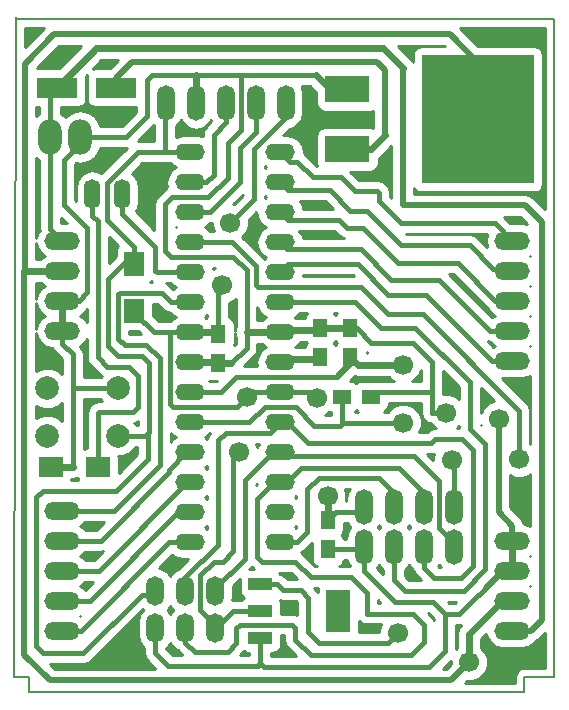
<source format=gbr>
G04 #@! TF.FileFunction,Copper,L2,Bot,Signal*
%FSLAX46Y46*%
G04 Gerber Fmt 4.6, Leading zero omitted, Abs format (unit mm)*
G04 Created by KiCad (PCBNEW no-bzr-product) date 06/18/16 10:32:15*
%MOMM*%
%LPD*%
G01*
G04 APERTURE LIST*
%ADD10C,0.100000*%
%ADD11C,0.150000*%
%ADD12O,1.500000X3.000000*%
%ADD13O,1.500000X2.500000*%
%ADD14O,3.000000X1.500000*%
%ADD15R,2.032000X3.657600*%
%ADD16R,2.032000X1.016000*%
%ADD17O,1.400000X2.500000*%
%ADD18C,2.000000*%
%ADD19C,1.700000*%
%ADD20O,2.000000X3.000000*%
%ADD21O,2.500000X1.400000*%
%ADD22R,1.250000X1.500000*%
%ADD23R,1.700000X2.000000*%
%ADD24R,1.500000X1.250000*%
%ADD25R,2.000000X1.700000*%
%ADD26R,3.500120X1.800860*%
%ADD27R,3.800000X2.300000*%
%ADD28R,9.550000X10.900000*%
%ADD29C,0.500000*%
%ADD30C,0.600000*%
%ADD31C,0.400000*%
%ADD32C,0.254000*%
G04 APERTURE END LIST*
D10*
D11*
X117856000Y-92837000D02*
X117856000Y-37084000D01*
X115316000Y-92837000D02*
X115316000Y-94107000D01*
X117856000Y-92837000D02*
X115316000Y-92837000D01*
X73406000Y-92837000D02*
X73406000Y-94107000D01*
X72136000Y-92837000D02*
X73406000Y-92837000D01*
X72263000Y-36957000D02*
X72136000Y-92837000D01*
X117856000Y-37084000D02*
X72263000Y-37084000D01*
X73406000Y-94107000D02*
X115316000Y-94107000D01*
D12*
X101727000Y-81807000D03*
X104267000Y-81807000D03*
X101727000Y-78467000D03*
X104267000Y-78467000D03*
X106807000Y-81807000D03*
X106807000Y-78467000D03*
X109347000Y-81807000D03*
X109347000Y-78467000D03*
D13*
X89154000Y-85552000D03*
X89154000Y-88692000D03*
X86614000Y-85552000D03*
X86614000Y-88692000D03*
X84074000Y-85552000D03*
X84074000Y-88692000D03*
D12*
X95123000Y-44196000D03*
X92583000Y-44196000D03*
X90043000Y-44196000D03*
X87503000Y-44196000D03*
X84963000Y-44196000D03*
D14*
X76200000Y-55880000D03*
X76200000Y-58420000D03*
X76200000Y-60960000D03*
X76200000Y-63500000D03*
X76200000Y-78740000D03*
X76200000Y-81280000D03*
X76200000Y-83820000D03*
X76200000Y-86360000D03*
X76200000Y-88900000D03*
X114300000Y-88900000D03*
X114300000Y-86360000D03*
X114300000Y-83820000D03*
X114300000Y-81280000D03*
X114300000Y-66040000D03*
X114300000Y-63500000D03*
X114300000Y-60960000D03*
X114300000Y-58420000D03*
X114300000Y-55880000D03*
D15*
X99568000Y-87249000D03*
D16*
X92964000Y-87249000D03*
X92964000Y-84963000D03*
X92964000Y-89535000D03*
D17*
X78740000Y-51943000D03*
X81280000Y-51943000D03*
D18*
X74930000Y-68390000D03*
X80930000Y-68390000D03*
X74930000Y-72390000D03*
X80930000Y-72390000D03*
D19*
X105029000Y-66393060D03*
X105029000Y-71274940D03*
D20*
X75184000Y-47117000D03*
X77724000Y-47117000D03*
D21*
X87022449Y-48392239D03*
X87022449Y-50932239D03*
X87022449Y-53472239D03*
X87022449Y-56012239D03*
X87022449Y-58552239D03*
X87022449Y-61092239D03*
X87022449Y-63632239D03*
X87022449Y-66172239D03*
X87022449Y-68712239D03*
X87022449Y-71252239D03*
X87022449Y-73792239D03*
X87022449Y-76332239D03*
X87022449Y-78872239D03*
X87022449Y-81412239D03*
X94642449Y-81412239D03*
X94642449Y-78872239D03*
X94642449Y-76332239D03*
X94642449Y-73792239D03*
X94642449Y-71252239D03*
X94642449Y-68712239D03*
X94642449Y-66172239D03*
X94642449Y-63632239D03*
X94642449Y-61092239D03*
X94642449Y-58552239D03*
X94642449Y-56012239D03*
X94642449Y-53472239D03*
X94642449Y-50932239D03*
X94642449Y-48392239D03*
D22*
X98044000Y-65766000D03*
X98044000Y-63266000D03*
X89408000Y-63774000D03*
X89408000Y-66274000D03*
D23*
X82296000Y-61817000D03*
X82296000Y-57817000D03*
D22*
X100584000Y-65766000D03*
X100584000Y-63266000D03*
D24*
X99842000Y-69088000D03*
X102342000Y-69088000D03*
D22*
X98679000Y-82022000D03*
X98679000Y-79522000D03*
D25*
X79216000Y-75057000D03*
X75216000Y-75057000D03*
D26*
X80731360Y-42926000D03*
X75732640Y-42926000D03*
D27*
X100330000Y-48133000D03*
X100330000Y-43053000D03*
D28*
X111380000Y-45593000D03*
D19*
X110641730Y-91565845D03*
X104602700Y-89109730D03*
X108685658Y-70440633D03*
X113131509Y-70965144D03*
X114857267Y-74356388D03*
X109144998Y-74413510D03*
X89751716Y-59651576D03*
X91166027Y-73740735D03*
X98672681Y-77525635D03*
X91796293Y-69140944D03*
X97717380Y-69188167D03*
X90424000Y-54356000D03*
D29*
X72985564Y-58420000D02*
X72985564Y-90921208D01*
X72985564Y-90921208D02*
X75152731Y-93088375D01*
X75152731Y-93088375D02*
X109119200Y-93088375D01*
X109119200Y-93088375D02*
X109791731Y-92415844D01*
X109791731Y-92415844D02*
X110641730Y-91565845D01*
X72996932Y-58396665D02*
X72996932Y-40922068D01*
X72996932Y-40922068D02*
X75498309Y-38420691D01*
X75498309Y-38420691D02*
X108997113Y-38420691D01*
X111380000Y-40803578D02*
X111380000Y-45593000D01*
X108997113Y-38420691D02*
X111380000Y-40803578D01*
D30*
X72996932Y-58396665D02*
X73020267Y-58420000D01*
X73020267Y-58420000D02*
X76200000Y-58420000D01*
D31*
X92964000Y-84963000D02*
X94380000Y-84963000D01*
X94380000Y-84963000D02*
X94888000Y-85471000D01*
X94888000Y-85471000D02*
X96393000Y-85471000D01*
X96393000Y-85471000D02*
X97028000Y-86106000D01*
X97028000Y-86106000D02*
X97028000Y-89038791D01*
X97028000Y-89038791D02*
X97948938Y-89959729D01*
X97948938Y-89959729D02*
X103752701Y-89959729D01*
X103752701Y-89959729D02*
X104602700Y-89109730D01*
D30*
X114300000Y-86360000D02*
X113420258Y-86360000D01*
X113420258Y-86360000D02*
X110641730Y-89138528D01*
X110641730Y-89138528D02*
X110641730Y-90363764D01*
X110641730Y-90363764D02*
X110641730Y-91565845D01*
D31*
X72996932Y-58396665D02*
X72986743Y-58406854D01*
X72986743Y-58406854D02*
X72999889Y-58420000D01*
X82296000Y-57817000D02*
X82296000Y-57967000D01*
X82296000Y-57967000D02*
X82131952Y-57802952D01*
X82131952Y-57802952D02*
X81389048Y-57802952D01*
X82912278Y-65646152D02*
X83532933Y-66266807D01*
X81389048Y-57802952D02*
X80057693Y-59134307D01*
X80057693Y-59134307D02*
X80057693Y-64779216D01*
X80057693Y-64779216D02*
X80924629Y-65646152D01*
X80924629Y-65646152D02*
X82912278Y-65646152D01*
X83532933Y-66266807D02*
X83532933Y-72080304D01*
X83532933Y-72080304D02*
X83350237Y-72263000D01*
X83350237Y-72263000D02*
X83414737Y-72327500D01*
X83414737Y-72327500D02*
X83414737Y-74360489D01*
X83414737Y-74360489D02*
X80715807Y-77059419D01*
X74578206Y-90812805D02*
X77978000Y-90812805D01*
X80715807Y-77059419D02*
X74529035Y-77059419D01*
X74529035Y-77059419D02*
X73985721Y-77602733D01*
X73985721Y-77602733D02*
X73985721Y-90220320D01*
X73985721Y-90220320D02*
X74578206Y-90812805D01*
X77978000Y-90812805D02*
X82938805Y-85852000D01*
X82938805Y-85852000D02*
X84074000Y-85852000D01*
X84896691Y-48392239D02*
X82583691Y-48392239D01*
X82583691Y-48392239D02*
X79995461Y-50980469D01*
X79995461Y-50980469D02*
X79995461Y-54116461D01*
X79995461Y-54116461D02*
X82296000Y-56417000D01*
X82296000Y-56417000D02*
X82296000Y-57817000D01*
X80930000Y-72390000D02*
X83223237Y-72390000D01*
X83223237Y-72390000D02*
X83350237Y-72263000D01*
X84963000Y-44196000D02*
X84896691Y-44262309D01*
X84896691Y-44262309D02*
X84896691Y-48392239D01*
X84896691Y-48392239D02*
X87022449Y-48392239D01*
D30*
X100330000Y-43053000D02*
X98850822Y-43053000D01*
X98850822Y-43053000D02*
X97686054Y-41888232D01*
D31*
X97686054Y-41888232D02*
X91313000Y-41888232D01*
X77724000Y-47117000D02*
X77724000Y-47617000D01*
X77724000Y-47617000D02*
X76324000Y-49017000D01*
X76324000Y-49017000D02*
X76324000Y-52843012D01*
X76324000Y-52843012D02*
X78294558Y-54813570D01*
X78294558Y-54813570D02*
X78294558Y-60251411D01*
X77585969Y-60960000D02*
X76200000Y-60960000D01*
X78294558Y-60251411D02*
X77585969Y-60960000D01*
X84074000Y-88392000D02*
X84074000Y-90805000D01*
X84074000Y-90805000D02*
X85140817Y-91871817D01*
X85140817Y-91871817D02*
X92737607Y-91871817D01*
X92737607Y-91871817D02*
X92964000Y-91645424D01*
X108585000Y-87503000D02*
X108585000Y-90618827D01*
X108585000Y-90618827D02*
X107241589Y-91962238D01*
X107241589Y-91962238D02*
X93280814Y-91962238D01*
X93280814Y-91962238D02*
X92964000Y-91645424D01*
D30*
X94974866Y-63299822D02*
X95113870Y-63438826D01*
X95113870Y-63438826D02*
X97871174Y-63438826D01*
X97871174Y-63438826D02*
X98010178Y-63299822D01*
X75216000Y-75057000D02*
X77062271Y-75057000D01*
D31*
X77062271Y-75057000D02*
X77062271Y-68326000D01*
X102342000Y-69088000D02*
X102342000Y-69068071D01*
X102342000Y-69068071D02*
X102703071Y-68707000D01*
X102703071Y-68707000D02*
X107483577Y-68707000D01*
X94642449Y-63632239D02*
X94974866Y-63299822D01*
X98010178Y-63299822D02*
X98044000Y-63266000D01*
X100584000Y-63266000D02*
X101112000Y-63266000D01*
X101112000Y-63266000D02*
X102362000Y-64516000D01*
X107483577Y-66159775D02*
X107483577Y-68707000D01*
X102362000Y-64516000D02*
X105839802Y-64516000D01*
X105839802Y-64516000D02*
X107483577Y-66159775D01*
X91313000Y-41888232D02*
X91296299Y-41904933D01*
X88512365Y-52203635D02*
X85464365Y-52203635D01*
X91296299Y-41904933D02*
X91296299Y-46524737D01*
X85464365Y-52203635D02*
X84862843Y-52805157D01*
X84862843Y-56729150D02*
X85401168Y-57267475D01*
X85401168Y-57267475D02*
X90679697Y-57267475D01*
X90679697Y-57267475D02*
X91784727Y-58372505D01*
X91296299Y-46524737D02*
X90179393Y-47641643D01*
X90179393Y-47641643D02*
X90179393Y-50536607D01*
X90179393Y-50536607D02*
X88512365Y-52203635D01*
X84862843Y-52805157D02*
X84862843Y-56729150D01*
X91784727Y-58372505D02*
X91784727Y-63627000D01*
X107483577Y-68707000D02*
X107483577Y-70440633D01*
X107483577Y-70440633D02*
X108685658Y-70440633D01*
D29*
X113131509Y-72167225D02*
X113131509Y-70965144D01*
X113131509Y-78861509D02*
X113131509Y-72167225D01*
X114300000Y-80030000D02*
X113131509Y-78861509D01*
X114300000Y-81280000D02*
X114300000Y-80030000D01*
D31*
X98679000Y-82022000D02*
X101112000Y-82022000D01*
X101112000Y-82022000D02*
X101727000Y-81407000D01*
X101727000Y-81407000D02*
X101727000Y-83820000D01*
X101727000Y-83820000D02*
X104394000Y-86487000D01*
X104394000Y-86487000D02*
X107569000Y-86487000D01*
X107569000Y-86487000D02*
X108585000Y-87503000D01*
X109792981Y-87503000D02*
X110808981Y-86487000D01*
X110808981Y-86487000D02*
X112050981Y-85245000D01*
X108585000Y-87503000D02*
X109792981Y-87503000D01*
D29*
X112050981Y-85245000D02*
X113475981Y-83820000D01*
X113475981Y-83820000D02*
X114300000Y-83820000D01*
D31*
X92964000Y-89535000D02*
X92964000Y-91645424D01*
X77724000Y-47117000D02*
X81599411Y-47117000D01*
X81599411Y-47117000D02*
X83377411Y-45339000D01*
X83377411Y-45339000D02*
X83377411Y-42308030D01*
X83377411Y-42308030D02*
X83797209Y-41888232D01*
X83797209Y-41888232D02*
X87503000Y-41888232D01*
D30*
X114300000Y-81280000D02*
X114300000Y-83820000D01*
D31*
X77062271Y-68326000D02*
X77062271Y-65512271D01*
X80930000Y-68390000D02*
X77126271Y-68390000D01*
X77126271Y-68390000D02*
X77062271Y-68326000D01*
X77062271Y-65512271D02*
X76200000Y-64650000D01*
X76200000Y-64650000D02*
X76200000Y-63500000D01*
X91313000Y-41888232D02*
X87503000Y-41888232D01*
D30*
X87503000Y-44196000D02*
X87503000Y-41888232D01*
D31*
X91784727Y-64973358D02*
X91784727Y-63627000D01*
D30*
X94642449Y-63632239D02*
X92992449Y-63632239D01*
X92987210Y-63627000D02*
X91784727Y-63627000D01*
D31*
X92992449Y-63632239D02*
X92987210Y-63627000D01*
D30*
X89408000Y-66274000D02*
X90484085Y-66274000D01*
D31*
X90484085Y-66274000D02*
X91784727Y-64973358D01*
D30*
X76200000Y-60960000D02*
X76200000Y-63500000D01*
X98044000Y-63266000D02*
X100584000Y-63266000D01*
X87022449Y-66172239D02*
X89306239Y-66172239D01*
D31*
X89306239Y-66172239D02*
X89408000Y-66274000D01*
X86920688Y-66274000D02*
X87022449Y-66172239D01*
X87022449Y-66172239D02*
X87030973Y-66180763D01*
X94642449Y-61092239D02*
X100995551Y-61092239D01*
X106086736Y-63246000D02*
X110708769Y-67868033D01*
X100995551Y-61092239D02*
X103149312Y-63246000D01*
X103149312Y-63246000D02*
X106086736Y-63246000D01*
X110157687Y-85515668D02*
X105169861Y-85515668D01*
X110708769Y-67868033D02*
X110708769Y-71864305D01*
X110708769Y-71864305D02*
X111955822Y-73111358D01*
X104267000Y-84612807D02*
X104267000Y-81407000D01*
X111955822Y-73111358D02*
X111955822Y-83717533D01*
X111955822Y-83717533D02*
X110157687Y-85515668D01*
X105169861Y-85515668D02*
X104267000Y-84612807D01*
X94642449Y-81412239D02*
X96082812Y-81412239D01*
X104093476Y-77032535D02*
X104093476Y-78693476D01*
X96082812Y-81412239D02*
X96932536Y-80562515D01*
X96932536Y-80562515D02*
X96932536Y-76932459D01*
X96932536Y-76932459D02*
X97900365Y-75964630D01*
X103025571Y-75964630D02*
X104093476Y-77032535D01*
X97900365Y-75964630D02*
X103025571Y-75964630D01*
X104093476Y-78693476D02*
X104267000Y-78867000D01*
X106807000Y-81407000D02*
X106807000Y-83566000D01*
X110044019Y-72702155D02*
X107708527Y-72702155D01*
X106807000Y-83566000D02*
X107696000Y-84455000D01*
X110984038Y-73642174D02*
X110044019Y-72702155D01*
X107696000Y-84455000D02*
X109982000Y-84455000D01*
X109982000Y-84455000D02*
X110984038Y-83452962D01*
X110984038Y-83452962D02*
X110984038Y-73642174D01*
X107368787Y-73041895D02*
X96982105Y-73041895D01*
X107708527Y-72702155D02*
X107368787Y-73041895D01*
X96982105Y-73041895D02*
X95192449Y-71252239D01*
X95192449Y-71252239D02*
X94642449Y-71252239D01*
X86614000Y-85852000D02*
X86614000Y-84372587D01*
X86614000Y-84372587D02*
X89358738Y-81627849D01*
X89358738Y-81627849D02*
X89358738Y-72794759D01*
X89358738Y-72794759D02*
X90024346Y-72129151D01*
X90024346Y-72129151D02*
X93765537Y-72129151D01*
X93765537Y-72129151D02*
X94642449Y-71252239D01*
X94642449Y-76332239D02*
X95192449Y-76332239D01*
X96407450Y-75117238D02*
X104697618Y-75117238D01*
X95192449Y-76332239D02*
X96407450Y-75117238D01*
X104697618Y-75117238D02*
X106599883Y-77019503D01*
X106599883Y-77019503D02*
X106599883Y-78659883D01*
X106599883Y-78659883D02*
X106807000Y-78867000D01*
X86614000Y-88392000D02*
X86614000Y-89916000D01*
X86614000Y-89916000D02*
X87413209Y-90715209D01*
X95617726Y-88378726D02*
X95885000Y-88646000D01*
X87413209Y-90715209D02*
X90180201Y-90715209D01*
X105735330Y-90987670D02*
X106843656Y-89879344D01*
X97229551Y-84373286D02*
X95914265Y-83058000D01*
X90180201Y-90715209D02*
X90932000Y-89963410D01*
X95885000Y-89662000D02*
X97210670Y-90987670D01*
X92704585Y-82671585D02*
X92704585Y-77720103D01*
X90932000Y-89963410D02*
X90932000Y-88638997D01*
X90932000Y-88638997D02*
X91192271Y-88378726D01*
X91192271Y-88378726D02*
X95617726Y-88378726D01*
X95885000Y-88646000D02*
X95885000Y-89662000D01*
X93091000Y-83058000D02*
X92704585Y-82671585D01*
X97210670Y-90987670D02*
X105735330Y-90987670D01*
X101981000Y-87448156D02*
X101981000Y-85703792D01*
X106843656Y-89879344D02*
X106843656Y-88415756D01*
X106843656Y-88415756D02*
X105876056Y-87448156D01*
X105876056Y-87448156D02*
X101981000Y-87448156D01*
X101981000Y-85703792D02*
X100650494Y-84373286D01*
X94092449Y-76332239D02*
X94642449Y-76332239D01*
X100650494Y-84373286D02*
X97229551Y-84373286D01*
X92704585Y-77720103D02*
X94092449Y-76332239D01*
X95914265Y-83058000D02*
X93091000Y-83058000D01*
X94662920Y-76311768D02*
X94642449Y-76332239D01*
X94642449Y-73792239D02*
X94983525Y-74133315D01*
X108080426Y-80216931D02*
X109270495Y-81407000D01*
X94983525Y-74133315D02*
X105951545Y-74133315D01*
X105951545Y-74133315D02*
X108080426Y-76262196D01*
X108080426Y-76262196D02*
X108080426Y-80216931D01*
X109270495Y-81407000D02*
X109347000Y-81407000D01*
X89154000Y-85852000D02*
X89154000Y-85261477D01*
X89154000Y-85261477D02*
X91624429Y-82791048D01*
X94642449Y-73792239D02*
X93992449Y-73792239D01*
X93992449Y-73792239D02*
X91624429Y-76160259D01*
X91624429Y-76160259D02*
X91624429Y-82791048D01*
X109347000Y-78867000D02*
X109337713Y-78857713D01*
X109337713Y-78857713D02*
X109337713Y-74715858D01*
X109337713Y-74715858D02*
X109640061Y-74413510D01*
X109640061Y-74413510D02*
X109144998Y-74413510D01*
X87022449Y-56012239D02*
X90555847Y-56012239D01*
X90555847Y-56012239D02*
X92584738Y-58041130D01*
X114857267Y-73154307D02*
X114857267Y-74356388D01*
X92584738Y-58041130D02*
X92584738Y-59659911D01*
X92584738Y-59659911D02*
X92736532Y-59811705D01*
X92736532Y-59811705D02*
X101454223Y-59811705D01*
X101454223Y-59811705D02*
X103751590Y-62109072D01*
X103751590Y-62109072D02*
X106695748Y-62109072D01*
X106695748Y-62109072D02*
X114857267Y-70270591D01*
X114857267Y-70270591D02*
X114857267Y-73154307D01*
X88998448Y-46890552D02*
X88998448Y-50313641D01*
X90043000Y-44196000D02*
X90043000Y-45846000D01*
X90043000Y-45846000D02*
X88998448Y-46890552D01*
X88379850Y-50932239D02*
X87022449Y-50932239D01*
X88998448Y-50313641D02*
X88379850Y-50932239D01*
X87022449Y-53472239D02*
X88672449Y-53472239D01*
X88672449Y-53472239D02*
X91232614Y-50912074D01*
X91232614Y-50912074D02*
X91232614Y-48052364D01*
X92583000Y-46701978D02*
X92583000Y-44196000D01*
X91232614Y-48052364D02*
X92583000Y-46701978D01*
X87022449Y-68712239D02*
X89651168Y-68712239D01*
X89651168Y-68712239D02*
X90929319Y-67434088D01*
X90929319Y-67434088D02*
X99407249Y-67434088D01*
X99407249Y-67434088D02*
X99635241Y-67206096D01*
D30*
X99635241Y-67206096D02*
X100584000Y-66257337D01*
X100584000Y-66257337D02*
X100584000Y-65766000D01*
X100584000Y-65766000D02*
X101211060Y-66393060D01*
X102870000Y-66393060D02*
X105029000Y-66393060D01*
X101211060Y-66393060D02*
X102870000Y-66393060D01*
D31*
X87022449Y-68712239D02*
X86372449Y-68712239D01*
X99842000Y-71400378D02*
X99967438Y-71274940D01*
X99967438Y-71274940D02*
X105029000Y-71274940D01*
X87022449Y-71252239D02*
X92020661Y-71252239D01*
X92020661Y-71252239D02*
X93331313Y-69941587D01*
X93331313Y-69941587D02*
X95938771Y-69941587D01*
X95938771Y-69941587D02*
X97526124Y-71528940D01*
X97526124Y-71528940D02*
X99713438Y-71528940D01*
X99842000Y-69088000D02*
X99842000Y-71400378D01*
X99842000Y-71400378D02*
X99713438Y-71528940D01*
X87022449Y-71252239D02*
X86372449Y-71252239D01*
D30*
X95013771Y-65800917D02*
X95089319Y-65876465D01*
X95089319Y-65876465D02*
X97933535Y-65876465D01*
X97933535Y-65876465D02*
X98009083Y-65800917D01*
D31*
X94642449Y-66172239D02*
X95013771Y-65800917D01*
X98009083Y-65800917D02*
X98044000Y-65766000D01*
X89408000Y-59995292D02*
X89751716Y-59651576D01*
X89408000Y-63774000D02*
X89408000Y-59995292D01*
X90424000Y-54356000D02*
X92395545Y-52384455D01*
X92395545Y-52384455D02*
X92395545Y-48141115D01*
X92395545Y-48141115D02*
X95123000Y-45413660D01*
X95123000Y-45413660D02*
X95123000Y-44196000D01*
X89154000Y-88392000D02*
X87869487Y-87107487D01*
X89027000Y-83065912D02*
X89781088Y-83065912D01*
X87869487Y-87107487D02*
X87869487Y-84223425D01*
X87869487Y-84223425D02*
X89027000Y-83065912D01*
X89781088Y-83065912D02*
X90675728Y-82171272D01*
X90675728Y-82171272D02*
X90675728Y-74231034D01*
X90675728Y-74231034D02*
X91166027Y-73740735D01*
X101727000Y-78867000D02*
X99334000Y-78867000D01*
X99334000Y-78867000D02*
X98679000Y-79522000D01*
D30*
X98672681Y-77525635D02*
X98672681Y-79515681D01*
D31*
X98672681Y-79515681D02*
X98679000Y-79522000D01*
X92964000Y-87249000D02*
X90611113Y-87249000D01*
X90611113Y-87249000D02*
X89468113Y-88392000D01*
X89468113Y-88392000D02*
X89154000Y-88392000D01*
X85372449Y-63632239D02*
X83961239Y-63632239D01*
X83961239Y-63632239D02*
X82296000Y-61967000D01*
X82296000Y-61967000D02*
X82296000Y-61817000D01*
X90946294Y-69990943D02*
X91796293Y-69140944D01*
X85589941Y-69990943D02*
X90946294Y-69990943D01*
X85272439Y-69673441D02*
X85589941Y-69990943D01*
X85272439Y-63732249D02*
X85272439Y-69673441D01*
X85372449Y-63632239D02*
X85272439Y-63732249D01*
X92224998Y-68712239D02*
X91796293Y-69140944D01*
X94642449Y-68712239D02*
X92224998Y-68712239D01*
X97241452Y-68712239D02*
X97717380Y-69188167D01*
X94642449Y-68712239D02*
X97241452Y-68712239D01*
D30*
X87022449Y-63632239D02*
X89266239Y-63632239D01*
D31*
X89266239Y-63632239D02*
X89408000Y-63774000D01*
X85372449Y-63632239D02*
X87022449Y-63632239D01*
X86880688Y-63774000D02*
X87022449Y-63632239D01*
X84074000Y-56387000D02*
X84074000Y-58430478D01*
X84074000Y-58430478D02*
X84195761Y-58552239D01*
X84195761Y-58552239D02*
X87022449Y-58552239D01*
X81280000Y-51943000D02*
X81280000Y-53593000D01*
X81280000Y-53593000D02*
X84074000Y-56387000D01*
X78740000Y-51943000D02*
X78740000Y-53778712D01*
X79216000Y-73807000D02*
X79216000Y-75057000D01*
X78740000Y-53778712D02*
X79176153Y-54214865D01*
X79176153Y-65729151D02*
X80009791Y-66562789D01*
X79176153Y-54214865D02*
X79176153Y-65729151D01*
X80009791Y-66562789D02*
X81860959Y-66562789D01*
X81860959Y-66562789D02*
X82636895Y-67338725D01*
X82636895Y-67338725D02*
X82636895Y-69929131D01*
X79216000Y-70451516D02*
X79216000Y-73807000D01*
X82636895Y-69929131D02*
X82208026Y-70358000D01*
X82208026Y-70358000D02*
X79309516Y-70358000D01*
X79309516Y-70358000D02*
X79216000Y-70451516D01*
X87022449Y-61092239D02*
X85372449Y-61092239D01*
X85372449Y-61092239D02*
X84597209Y-60316999D01*
X80945999Y-64183200D02*
X81494095Y-64731296D01*
X84597209Y-60316999D02*
X81045999Y-60316999D01*
X81045999Y-60316999D02*
X80945999Y-60416999D01*
X80945999Y-60416999D02*
X80945999Y-64183200D01*
X81494095Y-64731296D02*
X83301492Y-64731296D01*
X83301492Y-64731296D02*
X84423773Y-65853577D01*
X84423773Y-65853577D02*
X84423773Y-74849107D01*
X84423773Y-74849107D02*
X80532880Y-78740000D01*
X80532880Y-78740000D02*
X76200000Y-78740000D01*
X87022449Y-73792239D02*
X86700440Y-73792239D01*
X86700440Y-73792239D02*
X85221492Y-75271187D01*
X85221492Y-75271187D02*
X85221492Y-75498263D01*
X85221492Y-75498263D02*
X79439755Y-81280000D01*
X79439755Y-81280000D02*
X76200000Y-81280000D01*
X87022449Y-76332239D02*
X86775593Y-76332239D01*
X86775593Y-76332239D02*
X79287832Y-83820000D01*
X79287832Y-83820000D02*
X76850000Y-83820000D01*
X76850000Y-83820000D02*
X76200000Y-83820000D01*
X86372449Y-76332239D02*
X87022449Y-76332239D01*
X87022449Y-78872239D02*
X86005828Y-78872239D01*
X86005828Y-78872239D02*
X78518067Y-86360000D01*
X78518067Y-86360000D02*
X76850000Y-86360000D01*
X76850000Y-86360000D02*
X76200000Y-86360000D01*
X86372449Y-78872239D02*
X87022449Y-78872239D01*
X76200000Y-88900000D02*
X77743124Y-88900000D01*
X77743124Y-88900000D02*
X85230885Y-81412239D01*
X85230885Y-81412239D02*
X87022449Y-81412239D01*
X94642449Y-58552239D02*
X95300994Y-57893694D01*
X95300994Y-57893694D02*
X101212069Y-57893694D01*
X101212069Y-57893694D02*
X103793842Y-60475467D01*
X103793842Y-60475467D02*
X106991070Y-60475467D01*
X106991070Y-60475467D02*
X112555603Y-66040000D01*
X112555603Y-66040000D02*
X114300000Y-66040000D01*
X94642449Y-58552239D02*
X94680444Y-58514244D01*
X94642449Y-56012239D02*
X95237413Y-56607203D01*
X95237413Y-56607203D02*
X101474642Y-56607203D01*
X101474642Y-56607203D02*
X104049439Y-59182000D01*
X104049439Y-59182000D02*
X108069077Y-59182000D01*
X108069077Y-59182000D02*
X112387077Y-63500000D01*
X112387077Y-63500000D02*
X114300000Y-63500000D01*
X94642449Y-53472239D02*
X95261138Y-54090928D01*
X95261138Y-54090928D02*
X99603298Y-54090928D01*
X99603298Y-54090928D02*
X100330000Y-54817630D01*
X100330000Y-54817630D02*
X101680630Y-54817630D01*
X101680630Y-54817630D02*
X104648000Y-57785000D01*
X109656083Y-57785000D02*
X112831083Y-60960000D01*
X104648000Y-57785000D02*
X109656083Y-57785000D01*
X112831083Y-60960000D02*
X114300000Y-60960000D01*
X94642449Y-50932239D02*
X95306588Y-51596378D01*
X95306588Y-51596378D02*
X98828861Y-51596378D01*
X110672302Y-56261000D02*
X112693730Y-58282428D01*
X98828861Y-51596378D02*
X100572483Y-53340000D01*
X100572483Y-53340000D02*
X101981000Y-53340000D01*
X101981000Y-53340000D02*
X104902000Y-56261000D01*
X104902000Y-56261000D02*
X110672302Y-56261000D01*
X112693730Y-58282428D02*
X114162428Y-58282428D01*
X114162428Y-58282428D02*
X114300000Y-58420000D01*
X94642449Y-48392239D02*
X95459505Y-49209295D01*
X95459505Y-49209295D02*
X96101450Y-49209295D01*
X97406018Y-50513863D02*
X99759939Y-50513863D01*
X96101450Y-49209295D02*
X97406018Y-50513863D01*
X102870000Y-51689000D02*
X102997000Y-51816000D01*
X99759939Y-50513863D02*
X100935076Y-51689000D01*
X100935076Y-51689000D02*
X102870000Y-51689000D01*
X112801895Y-54381895D02*
X114300000Y-55880000D01*
X102997000Y-51816000D02*
X102997000Y-52500562D01*
X102997000Y-52500562D02*
X104878333Y-54381895D01*
X104878333Y-54381895D02*
X112801895Y-54381895D01*
D29*
X80731360Y-42926000D02*
X80731360Y-42124804D01*
X80731360Y-42124804D02*
X82092302Y-40763862D01*
X82092302Y-40763862D02*
X102866862Y-40763862D01*
X102866862Y-40763862D02*
X103505000Y-41402000D01*
X103505000Y-41402000D02*
X103505000Y-46952170D01*
D30*
X103505000Y-46952170D02*
X102324170Y-48133000D01*
X102324170Y-48133000D02*
X101080000Y-48133000D01*
D31*
X101080000Y-48133000D02*
X100330000Y-48133000D01*
D30*
X75732640Y-42926000D02*
X79074916Y-39583724D01*
X79074916Y-39583724D02*
X103337724Y-39583724D01*
X103337724Y-39583724D02*
X105029000Y-41275000D01*
D29*
X105029000Y-41275000D02*
X105029000Y-52876312D01*
X105029000Y-52876312D02*
X115325855Y-52876312D01*
X115857570Y-88900000D02*
X114300000Y-88900000D01*
X115325855Y-52876312D02*
X116788581Y-54339038D01*
X116788581Y-54339038D02*
X116788581Y-87968989D01*
X116788581Y-87968989D02*
X115857570Y-88900000D01*
D31*
X75184000Y-47117000D02*
X75184000Y-43474640D01*
X75184000Y-43474640D02*
X75732640Y-42926000D01*
X75184000Y-47117000D02*
X75184000Y-54864000D01*
X75184000Y-54864000D02*
X76200000Y-55880000D01*
D32*
G36*
X117054000Y-92035000D02*
X115316000Y-92035000D01*
X115009088Y-92096049D01*
X114748900Y-92269900D01*
X114575049Y-92530088D01*
X114514000Y-92837000D01*
X114514000Y-93305000D01*
X110284262Y-93305000D01*
X110446587Y-93142675D01*
X110954038Y-93143118D01*
X111533862Y-92903540D01*
X111977866Y-92460310D01*
X112218455Y-91880906D01*
X112219003Y-91253537D01*
X111979425Y-90673713D01*
X111668730Y-90362475D01*
X111668730Y-89563926D01*
X112079688Y-89152968D01*
X112141800Y-89465223D01*
X112461973Y-89944397D01*
X112941147Y-90264570D01*
X113506370Y-90377000D01*
X115093630Y-90377000D01*
X115658853Y-90264570D01*
X116138027Y-89944397D01*
X116233801Y-89801060D01*
X116548413Y-89590843D01*
X117054000Y-89085257D01*
X117054000Y-92035000D01*
X117054000Y-92035000D01*
G37*
X117054000Y-92035000D02*
X115316000Y-92035000D01*
X115009088Y-92096049D01*
X114748900Y-92269900D01*
X114575049Y-92530088D01*
X114514000Y-92837000D01*
X114514000Y-93305000D01*
X110284262Y-93305000D01*
X110446587Y-93142675D01*
X110954038Y-93143118D01*
X111533862Y-92903540D01*
X111977866Y-92460310D01*
X112218455Y-91880906D01*
X112219003Y-91253537D01*
X111979425Y-90673713D01*
X111668730Y-90362475D01*
X111668730Y-89563926D01*
X112079688Y-89152968D01*
X112141800Y-89465223D01*
X112461973Y-89944397D01*
X112941147Y-90264570D01*
X113506370Y-90377000D01*
X115093630Y-90377000D01*
X115658853Y-90264570D01*
X116138027Y-89944397D01*
X116233801Y-89801060D01*
X116548413Y-89590843D01*
X117054000Y-89085257D01*
X117054000Y-92035000D01*
G36*
X83020831Y-87122000D02*
X82709430Y-87588045D01*
X82597000Y-88153268D01*
X82597000Y-89230732D01*
X82709430Y-89795955D01*
X83029603Y-90275129D01*
X83147000Y-90353571D01*
X83147000Y-90805000D01*
X83217564Y-91159748D01*
X83339620Y-91342418D01*
X83418512Y-91460488D01*
X84069399Y-92111375D01*
X75557417Y-92111375D01*
X75185847Y-91739805D01*
X77978000Y-91739805D01*
X78332748Y-91669241D01*
X78633488Y-91468293D01*
X83004388Y-87097393D01*
X83020831Y-87122000D01*
X83020831Y-87122000D01*
G37*
X83020831Y-87122000D02*
X82709430Y-87588045D01*
X82597000Y-88153268D01*
X82597000Y-89230732D01*
X82709430Y-89795955D01*
X83029603Y-90275129D01*
X83147000Y-90353571D01*
X83147000Y-90805000D01*
X83217564Y-91159748D01*
X83339620Y-91342418D01*
X83418512Y-91460488D01*
X84069399Y-92111375D01*
X75557417Y-92111375D01*
X75185847Y-91739805D01*
X77978000Y-91739805D01*
X78332748Y-91669241D01*
X78633488Y-91468293D01*
X83004388Y-87097393D01*
X83020831Y-87122000D01*
G36*
X109064559Y-91761329D02*
X108714514Y-92111375D01*
X108403428Y-92111375D01*
X109064831Y-91449972D01*
X109064559Y-91761329D01*
X109064559Y-91761329D01*
G37*
X109064559Y-91761329D02*
X108714514Y-92111375D01*
X108403428Y-92111375D01*
X109064831Y-91449972D01*
X109064559Y-91761329D01*
G36*
X94958000Y-89662000D02*
X95028564Y-90016748D01*
X95169818Y-90228150D01*
X95229512Y-90317488D01*
X95947262Y-91035238D01*
X93891000Y-91035238D01*
X93891000Y-90784242D01*
X93980000Y-90784242D01*
X94263661Y-90727818D01*
X94504137Y-90567137D01*
X94664818Y-90326661D01*
X94721242Y-90043000D01*
X94721242Y-89305726D01*
X94958000Y-89305726D01*
X94958000Y-89662000D01*
X94958000Y-89662000D01*
G37*
X94958000Y-89662000D02*
X95028564Y-90016748D01*
X95169818Y-90228150D01*
X95229512Y-90317488D01*
X95947262Y-91035238D01*
X93891000Y-91035238D01*
X93891000Y-90784242D01*
X93980000Y-90784242D01*
X94263661Y-90727818D01*
X94504137Y-90567137D01*
X94664818Y-90326661D01*
X94721242Y-90043000D01*
X94721242Y-89305726D01*
X94958000Y-89305726D01*
X94958000Y-89662000D01*
G36*
X85569603Y-90275129D02*
X85914454Y-90505551D01*
X85958512Y-90571488D01*
X86331841Y-90944817D01*
X85524793Y-90944817D01*
X85001000Y-90421024D01*
X85001000Y-90353571D01*
X85118397Y-90275129D01*
X85344000Y-89937489D01*
X85569603Y-90275129D01*
X85569603Y-90275129D01*
G37*
X85569603Y-90275129D02*
X85914454Y-90505551D01*
X85958512Y-90571488D01*
X86331841Y-90944817D01*
X85524793Y-90944817D01*
X85001000Y-90421024D01*
X85001000Y-90353571D01*
X85118397Y-90275129D01*
X85344000Y-89937489D01*
X85569603Y-90275129D01*
G36*
X91664339Y-90727818D02*
X91948000Y-90784242D01*
X92037000Y-90784242D01*
X92037000Y-90944817D01*
X91261569Y-90944817D01*
X91552977Y-90653409D01*
X91664339Y-90727818D01*
X91664339Y-90727818D01*
G37*
X91664339Y-90727818D02*
X91948000Y-90784242D01*
X92037000Y-90784242D01*
X92037000Y-90944817D01*
X91261569Y-90944817D01*
X91552977Y-90653409D01*
X91664339Y-90727818D01*
G36*
X109915531Y-88412329D02*
X109692906Y-88745512D01*
X109614730Y-89138528D01*
X109614730Y-90362783D01*
X109512000Y-90465334D01*
X109512000Y-88430000D01*
X109792981Y-88430000D01*
X109923902Y-88403958D01*
X109915531Y-88412329D01*
X109915531Y-88412329D01*
G37*
X109915531Y-88412329D02*
X109692906Y-88745512D01*
X109614730Y-89138528D01*
X109614730Y-90362783D01*
X109512000Y-90465334D01*
X109512000Y-88430000D01*
X109792981Y-88430000D01*
X109923902Y-88403958D01*
X109915531Y-88412329D01*
G36*
X101325512Y-88103644D02*
X101626252Y-88304592D01*
X101981000Y-88375156D01*
X103200172Y-88375156D01*
X103025975Y-88794669D01*
X103025767Y-89032729D01*
X101325242Y-89032729D01*
X101325242Y-88103240D01*
X101325512Y-88103644D01*
X101325512Y-88103644D01*
G37*
X101325512Y-88103644D02*
X101626252Y-88304592D01*
X101981000Y-88375156D01*
X103200172Y-88375156D01*
X103025975Y-88794669D01*
X103025767Y-89032729D01*
X101325242Y-89032729D01*
X101325242Y-88103240D01*
X101325512Y-88103644D01*
G36*
X107658000Y-87886976D02*
X107658000Y-87998013D01*
X107499144Y-87760268D01*
X107152876Y-87414000D01*
X107185024Y-87414000D01*
X107658000Y-87886976D01*
X107658000Y-87886976D01*
G37*
X107658000Y-87886976D02*
X107658000Y-87998013D01*
X107499144Y-87760268D01*
X107152876Y-87414000D01*
X107185024Y-87414000D01*
X107658000Y-87886976D01*
G36*
X77701443Y-87630705D02*
X77700387Y-87630000D01*
X77705693Y-87626455D01*
X77701443Y-87630705D01*
X77701443Y-87630705D01*
G37*
X77701443Y-87630705D02*
X77700387Y-87630000D01*
X77705693Y-87626455D01*
X77701443Y-87630705D01*
G36*
X94888000Y-86398000D02*
X96009024Y-86398000D01*
X96101000Y-86489976D01*
X96101000Y-87608168D01*
X95972474Y-87522290D01*
X95617726Y-87451726D01*
X94721242Y-87451726D01*
X94721242Y-86741000D01*
X94664818Y-86457339D01*
X94584882Y-86337706D01*
X94888000Y-86398000D01*
X94888000Y-86398000D01*
G37*
X94888000Y-86398000D02*
X96009024Y-86398000D01*
X96101000Y-86489976D01*
X96101000Y-87608168D01*
X95972474Y-87522290D01*
X95617726Y-87451726D01*
X94721242Y-87451726D01*
X94721242Y-86741000D01*
X94664818Y-86457339D01*
X94584882Y-86337706D01*
X94888000Y-86398000D01*
G36*
X85560831Y-87122000D02*
X85344000Y-87446511D01*
X85127169Y-87122000D01*
X85344000Y-86797489D01*
X85560831Y-87122000D01*
X85560831Y-87122000D01*
G37*
X85560831Y-87122000D02*
X85344000Y-87446511D01*
X85127169Y-87122000D01*
X85344000Y-86797489D01*
X85560831Y-87122000D01*
G36*
X109409005Y-86576000D02*
X108968976Y-86576000D01*
X108835644Y-86442668D01*
X109542337Y-86442668D01*
X109409005Y-86576000D01*
X109409005Y-86576000D01*
G37*
X109409005Y-86576000D02*
X108968976Y-86576000D01*
X108835644Y-86442668D01*
X109542337Y-86442668D01*
X109409005Y-86576000D01*
G36*
X103117180Y-86521156D02*
X102908000Y-86521156D01*
X102908000Y-86311976D01*
X103117180Y-86521156D01*
X103117180Y-86521156D01*
G37*
X103117180Y-86521156D02*
X102908000Y-86521156D01*
X102908000Y-86311976D01*
X103117180Y-86521156D01*
G36*
X91206758Y-85471000D02*
X91263182Y-85754661D01*
X91423863Y-85995137D01*
X91589781Y-86106000D01*
X91423863Y-86216863D01*
X91353613Y-86322000D01*
X90611113Y-86322000D01*
X90583922Y-86327409D01*
X90631000Y-86090732D01*
X90631000Y-85095453D01*
X91206758Y-84519695D01*
X91206758Y-85471000D01*
X91206758Y-85471000D01*
G37*
X91206758Y-85471000D02*
X91263182Y-85754661D01*
X91423863Y-85995137D01*
X91589781Y-86106000D01*
X91423863Y-86216863D01*
X91353613Y-86322000D01*
X90611113Y-86322000D01*
X90583922Y-86327409D01*
X90631000Y-86090732D01*
X90631000Y-85095453D01*
X91206758Y-84519695D01*
X91206758Y-85471000D01*
G36*
X97810758Y-85420200D02*
X97810758Y-85640985D01*
X97683488Y-85450512D01*
X97533262Y-85300286D01*
X97834611Y-85300286D01*
X97810758Y-85420200D01*
X97810758Y-85420200D01*
G37*
X97810758Y-85420200D02*
X97810758Y-85640985D01*
X97683488Y-85450512D01*
X97533262Y-85300286D01*
X97834611Y-85300286D01*
X97810758Y-85420200D01*
G36*
X78134091Y-85433000D02*
X78116469Y-85433000D01*
X78038027Y-85315603D01*
X77700387Y-85090000D01*
X78038027Y-84864397D01*
X78116469Y-84747000D01*
X78820091Y-84747000D01*
X78134091Y-85433000D01*
X78134091Y-85433000D01*
G37*
X78134091Y-85433000D02*
X78116469Y-85433000D01*
X78038027Y-85315603D01*
X77700387Y-85090000D01*
X78038027Y-84864397D01*
X78116469Y-84747000D01*
X78820091Y-84747000D01*
X78134091Y-85433000D01*
G36*
X115811581Y-85097479D02*
X115800387Y-85090000D01*
X115811581Y-85082521D01*
X115811581Y-85097479D01*
X115811581Y-85097479D01*
G37*
X115811581Y-85097479D02*
X115800387Y-85090000D01*
X115811581Y-85082521D01*
X115811581Y-85097479D01*
G36*
X105762603Y-83645027D02*
X105916124Y-83747606D01*
X105950564Y-83920748D01*
X106118004Y-84171339D01*
X106151512Y-84221488D01*
X106518692Y-84588668D01*
X105553837Y-84588668D01*
X105194000Y-84228831D01*
X105194000Y-83723469D01*
X105311397Y-83645027D01*
X105537000Y-83307387D01*
X105762603Y-83645027D01*
X105762603Y-83645027D01*
G37*
X105762603Y-83645027D02*
X105916124Y-83747606D01*
X105950564Y-83920748D01*
X106118004Y-84171339D01*
X106151512Y-84221488D01*
X106518692Y-84588668D01*
X105553837Y-84588668D01*
X105194000Y-84228831D01*
X105194000Y-83723469D01*
X105311397Y-83645027D01*
X105537000Y-83307387D01*
X105762603Y-83645027D01*
G36*
X96089289Y-84544000D02*
X95271976Y-84544000D01*
X95035488Y-84307512D01*
X94961478Y-84258060D01*
X94734748Y-84106564D01*
X94604183Y-84080593D01*
X94540310Y-83985000D01*
X95530289Y-83985000D01*
X96089289Y-84544000D01*
X96089289Y-84544000D01*
G37*
X96089289Y-84544000D02*
X95271976Y-84544000D01*
X95035488Y-84307512D01*
X94961478Y-84258060D01*
X94734748Y-84106564D01*
X94604183Y-84080593D01*
X94540310Y-83985000D01*
X95530289Y-83985000D01*
X96089289Y-84544000D01*
G36*
X85887628Y-82730615D02*
X86433717Y-82839239D01*
X86836372Y-82839239D01*
X85982886Y-83692725D01*
X85569603Y-83968871D01*
X85344000Y-84306511D01*
X85118397Y-83968871D01*
X84639223Y-83648698D01*
X84360787Y-83593313D01*
X85489504Y-82464596D01*
X85887628Y-82730615D01*
X85887628Y-82730615D01*
G37*
X85887628Y-82730615D02*
X86433717Y-82839239D01*
X86836372Y-82839239D01*
X85982886Y-83692725D01*
X85569603Y-83968871D01*
X85344000Y-84306511D01*
X85118397Y-83968871D01*
X84639223Y-83648698D01*
X84360787Y-83593313D01*
X85489504Y-82464596D01*
X85887628Y-82730615D01*
G36*
X103222603Y-83645027D02*
X103340000Y-83723469D01*
X103340000Y-84122024D01*
X102808089Y-83590113D01*
X102997000Y-83307387D01*
X103222603Y-83645027D01*
X103222603Y-83645027D01*
G37*
X103222603Y-83645027D02*
X103340000Y-83723469D01*
X103340000Y-84122024D01*
X102808089Y-83590113D01*
X102997000Y-83307387D01*
X103222603Y-83645027D01*
G36*
X92435512Y-83713488D02*
X92435916Y-83713758D01*
X92012695Y-83713758D01*
X92224239Y-83502215D01*
X92435512Y-83713488D01*
X92435512Y-83713488D01*
G37*
X92435512Y-83713488D02*
X92435916Y-83713758D01*
X92012695Y-83713758D01*
X92224239Y-83502215D01*
X92435512Y-83713488D01*
G36*
X108224408Y-83528000D02*
X108079976Y-83528000D01*
X107989827Y-83437851D01*
X108077000Y-83307387D01*
X108224408Y-83528000D01*
X108224408Y-83528000D01*
G37*
X108224408Y-83528000D02*
X108079976Y-83528000D01*
X107989827Y-83437851D01*
X108077000Y-83307387D01*
X108224408Y-83528000D01*
G36*
X97312758Y-82772000D02*
X97369182Y-83055661D01*
X97529863Y-83296137D01*
X97754577Y-83446286D01*
X97613527Y-83446286D01*
X96569753Y-82402512D01*
X96475058Y-82339239D01*
X96385076Y-82279115D01*
X96437560Y-82268675D01*
X96738300Y-82067727D01*
X97312758Y-81493269D01*
X97312758Y-82772000D01*
X97312758Y-82772000D01*
G37*
X97312758Y-82772000D02*
X97369182Y-83055661D01*
X97529863Y-83296137D01*
X97754577Y-83446286D01*
X97613527Y-83446286D01*
X96569753Y-82402512D01*
X96475058Y-82339239D01*
X96385076Y-82279115D01*
X96437560Y-82268675D01*
X96738300Y-82067727D01*
X97312758Y-81493269D01*
X97312758Y-82772000D01*
G36*
X100362430Y-83165853D02*
X100549809Y-83446286D01*
X99603423Y-83446286D01*
X99828137Y-83296137D01*
X99988818Y-83055661D01*
X100010034Y-82949000D01*
X100319295Y-82949000D01*
X100362430Y-83165853D01*
X100362430Y-83165853D01*
G37*
X100362430Y-83165853D02*
X100549809Y-83446286D01*
X99603423Y-83446286D01*
X99828137Y-83296137D01*
X99988818Y-83055661D01*
X100010034Y-82949000D01*
X100319295Y-82949000D01*
X100362430Y-83165853D01*
G36*
X78903856Y-82893000D02*
X78116469Y-82893000D01*
X78038027Y-82775603D01*
X77700387Y-82550000D01*
X78038027Y-82324397D01*
X78116469Y-82207000D01*
X79439755Y-82207000D01*
X79627127Y-82169729D01*
X78903856Y-82893000D01*
X78903856Y-82893000D01*
G37*
X78903856Y-82893000D02*
X78116469Y-82893000D01*
X78038027Y-82775603D01*
X77700387Y-82550000D01*
X78038027Y-82324397D01*
X78116469Y-82207000D01*
X79439755Y-82207000D01*
X79627127Y-82169729D01*
X78903856Y-82893000D01*
G36*
X115811581Y-82557479D02*
X115800387Y-82550000D01*
X115811581Y-82542521D01*
X115811581Y-82557479D01*
X115811581Y-82557479D01*
G37*
X115811581Y-82557479D02*
X115800387Y-82550000D01*
X115811581Y-82542521D01*
X115811581Y-82557479D01*
G36*
X100362430Y-79825853D02*
X100570331Y-80137000D01*
X100362430Y-80448147D01*
X100250000Y-81013370D01*
X100250000Y-81095000D01*
X100010034Y-81095000D01*
X99988818Y-80988339D01*
X99844265Y-80772000D01*
X99988818Y-80555661D01*
X100045242Y-80272000D01*
X100045242Y-79794000D01*
X100356094Y-79794000D01*
X100362430Y-79825853D01*
X100362430Y-79825853D01*
G37*
X100362430Y-79825853D02*
X100570331Y-80137000D01*
X100362430Y-80448147D01*
X100250000Y-81013370D01*
X100250000Y-81095000D01*
X100010034Y-81095000D01*
X99988818Y-80988339D01*
X99844265Y-80772000D01*
X99988818Y-80555661D01*
X100045242Y-80272000D01*
X100045242Y-79794000D01*
X100356094Y-79794000D01*
X100362430Y-79825853D01*
G36*
X79055779Y-80353000D02*
X78116469Y-80353000D01*
X78038027Y-80235603D01*
X77700387Y-80010000D01*
X78038027Y-79784397D01*
X78116469Y-79667000D01*
X79741779Y-79667000D01*
X79055779Y-80353000D01*
X79055779Y-80353000D01*
G37*
X79055779Y-80353000D02*
X78116469Y-80353000D01*
X78038027Y-80235603D01*
X77700387Y-80010000D01*
X78038027Y-79784397D01*
X78116469Y-79667000D01*
X79741779Y-79667000D01*
X79055779Y-80353000D01*
G36*
X103110331Y-80137000D02*
X102997000Y-80306613D01*
X102883669Y-80137000D01*
X102997000Y-79967387D01*
X103110331Y-80137000D01*
X103110331Y-80137000D01*
G37*
X103110331Y-80137000D02*
X102997000Y-80306613D01*
X102883669Y-80137000D01*
X102997000Y-79967387D01*
X103110331Y-80137000D01*
G36*
X105650331Y-80137000D02*
X105537000Y-80306613D01*
X105423669Y-80137000D01*
X105537000Y-79967387D01*
X105650331Y-80137000D01*
X105650331Y-80137000D01*
G37*
X105650331Y-80137000D02*
X105537000Y-80306613D01*
X105423669Y-80137000D01*
X105537000Y-79967387D01*
X105650331Y-80137000D01*
G36*
X88431738Y-80277257D02*
X88229670Y-80142239D01*
X88431738Y-80007221D01*
X88431738Y-80277257D01*
X88431738Y-80277257D01*
G37*
X88431738Y-80277257D02*
X88229670Y-80142239D01*
X88431738Y-80007221D01*
X88431738Y-80277257D01*
G36*
X96005536Y-80178539D02*
X95964865Y-80219210D01*
X95849670Y-80142239D01*
X96005536Y-80038092D01*
X96005536Y-80178539D01*
X96005536Y-80178539D01*
G37*
X96005536Y-80178539D02*
X95964865Y-80219210D01*
X95849670Y-80142239D01*
X96005536Y-80038092D01*
X96005536Y-80178539D01*
G36*
X115811581Y-80017479D02*
X115658853Y-79915430D01*
X115237541Y-79831626D01*
X115202630Y-79656118D01*
X114990843Y-79339157D01*
X114108509Y-78456823D01*
X114108509Y-75753027D01*
X114542206Y-75933113D01*
X115169575Y-75933661D01*
X115749399Y-75694083D01*
X115811581Y-75632009D01*
X115811581Y-80017479D01*
X115811581Y-80017479D01*
G37*
X115811581Y-80017479D02*
X115658853Y-79915430D01*
X115237541Y-79831626D01*
X115202630Y-79656118D01*
X114990843Y-79339157D01*
X114108509Y-78456823D01*
X114108509Y-75753027D01*
X114542206Y-75933113D01*
X115169575Y-75933661D01*
X115749399Y-75694083D01*
X115811581Y-75632009D01*
X115811581Y-80017479D01*
G36*
X100362430Y-77108147D02*
X100250000Y-77673370D01*
X100250000Y-77940000D01*
X100208171Y-77940000D01*
X100249406Y-77840696D01*
X100249954Y-77213327D01*
X100117032Y-76891630D01*
X100507102Y-76891630D01*
X100362430Y-77108147D01*
X100362430Y-77108147D01*
G37*
X100362430Y-77108147D02*
X100250000Y-77673370D01*
X100250000Y-77940000D01*
X100208171Y-77940000D01*
X100249406Y-77840696D01*
X100249954Y-77213327D01*
X100117032Y-76891630D01*
X100507102Y-76891630D01*
X100362430Y-77108147D01*
G36*
X88431738Y-77737257D02*
X88229670Y-77602239D01*
X88431738Y-77467221D01*
X88431738Y-77737257D01*
X88431738Y-77737257D01*
G37*
X88431738Y-77737257D02*
X88229670Y-77602239D01*
X88431738Y-77467221D01*
X88431738Y-77737257D01*
G36*
X96005536Y-77706386D02*
X95849670Y-77602239D01*
X96005536Y-77498092D01*
X96005536Y-77706386D01*
X96005536Y-77706386D01*
G37*
X96005536Y-77706386D02*
X95849670Y-77602239D01*
X96005536Y-77498092D01*
X96005536Y-77706386D01*
G36*
X92652393Y-76461319D02*
X92551429Y-76562283D01*
X92551429Y-76544235D01*
X92649398Y-76446266D01*
X92652393Y-76461319D01*
X92652393Y-76461319D01*
G37*
X92652393Y-76461319D02*
X92551429Y-76562283D01*
X92551429Y-76544235D01*
X92649398Y-76446266D01*
X92652393Y-76461319D01*
G36*
X77519597Y-76132419D02*
X76912403Y-76132419D01*
X76922034Y-76084000D01*
X77062271Y-76084000D01*
X77455287Y-76005824D01*
X77489825Y-75982747D01*
X77519597Y-76132419D01*
X77519597Y-76132419D01*
G37*
X77519597Y-76132419D02*
X76912403Y-76132419D01*
X76922034Y-76084000D01*
X77062271Y-76084000D01*
X77455287Y-76005824D01*
X77489825Y-75982747D01*
X77519597Y-76132419D01*
G36*
X82487737Y-73976513D02*
X80957242Y-75507008D01*
X80957242Y-74207000D01*
X80939342Y-74117009D01*
X81272014Y-74117299D01*
X81906989Y-73854933D01*
X82393226Y-73369544D01*
X82415044Y-73317000D01*
X82487737Y-73317000D01*
X82487737Y-73976513D01*
X82487737Y-73976513D01*
G37*
X82487737Y-73976513D02*
X80957242Y-75507008D01*
X80957242Y-74207000D01*
X80939342Y-74117009D01*
X81272014Y-74117299D01*
X81906989Y-73854933D01*
X82393226Y-73369544D01*
X82415044Y-73317000D01*
X82487737Y-73317000D01*
X82487737Y-73976513D01*
G36*
X88431738Y-75197257D02*
X88229670Y-75062239D01*
X88431738Y-74927221D01*
X88431738Y-75197257D01*
X88431738Y-75197257D01*
G37*
X88431738Y-75197257D02*
X88229670Y-75062239D01*
X88431738Y-74927221D01*
X88431738Y-75197257D01*
G36*
X107568273Y-74098449D02*
X107567976Y-74438770D01*
X107098101Y-73968895D01*
X107368787Y-73968895D01*
X107644872Y-73913978D01*
X107568273Y-74098449D01*
X107568273Y-74098449D01*
G37*
X107568273Y-74098449D02*
X107567976Y-74438770D01*
X107098101Y-73968895D01*
X107368787Y-73968895D01*
X107644872Y-73913978D01*
X107568273Y-74098449D01*
G36*
X79465067Y-69366989D02*
X79528966Y-69431000D01*
X79309516Y-69431000D01*
X78954769Y-69501563D01*
X78654028Y-69702512D01*
X78560512Y-69796028D01*
X78359564Y-70096768D01*
X78289000Y-70451516D01*
X78289000Y-73465758D01*
X78216000Y-73465758D01*
X77989271Y-73510857D01*
X77989271Y-69317000D01*
X79444412Y-69317000D01*
X79465067Y-69366989D01*
X79465067Y-69366989D01*
G37*
X79465067Y-69366989D02*
X79528966Y-69431000D01*
X79309516Y-69431000D01*
X78954769Y-69501563D01*
X78654028Y-69702512D01*
X78560512Y-69796028D01*
X78359564Y-70096768D01*
X78289000Y-70451516D01*
X78289000Y-73465758D01*
X78216000Y-73465758D01*
X77989271Y-73510857D01*
X77989271Y-69317000D01*
X79444412Y-69317000D01*
X79465067Y-69366989D01*
G36*
X92735341Y-73246150D02*
X92713453Y-73356191D01*
X92589479Y-73056151D01*
X92862294Y-73056151D01*
X92735341Y-73246150D01*
X92735341Y-73246150D01*
G37*
X92735341Y-73246150D02*
X92713453Y-73356191D01*
X92589479Y-73056151D01*
X92862294Y-73056151D01*
X92735341Y-73246150D01*
G36*
X115811581Y-73080206D02*
X115784267Y-73052844D01*
X115784267Y-70270591D01*
X115777613Y-70237137D01*
X115713704Y-69915844D01*
X115512755Y-69615103D01*
X113391878Y-67494226D01*
X113506370Y-67517000D01*
X115093630Y-67517000D01*
X115658853Y-67404570D01*
X115811581Y-67302521D01*
X115811581Y-73080206D01*
X115811581Y-73080206D01*
G37*
X115811581Y-73080206D02*
X115784267Y-73052844D01*
X115784267Y-70270591D01*
X115777613Y-70237137D01*
X115713704Y-69915844D01*
X115512755Y-69615103D01*
X113391878Y-67494226D01*
X113506370Y-67517000D01*
X115093630Y-67517000D01*
X115658853Y-67404570D01*
X115811581Y-67302521D01*
X115811581Y-73080206D01*
G36*
X85424676Y-72261280D02*
X85815228Y-72522239D01*
X85424676Y-72783198D01*
X85350773Y-72893802D01*
X85350773Y-72150676D01*
X85424676Y-72261280D01*
X85424676Y-72261280D01*
G37*
X85424676Y-72261280D02*
X85815228Y-72522239D01*
X85424676Y-72783198D01*
X85350773Y-72893802D01*
X85350773Y-72150676D01*
X85424676Y-72261280D01*
G36*
X88502302Y-72440011D02*
X88455880Y-72673388D01*
X88229670Y-72522239D01*
X88620222Y-72261280D01*
X88675040Y-72179239D01*
X88676544Y-72179239D01*
X88502302Y-72440011D01*
X88502302Y-72440011D01*
G37*
X88502302Y-72440011D02*
X88455880Y-72673388D01*
X88229670Y-72522239D01*
X88620222Y-72261280D01*
X88675040Y-72179239D01*
X88676544Y-72179239D01*
X88502302Y-72440011D01*
G36*
X106556577Y-70440633D02*
X106627141Y-70795381D01*
X106828089Y-71096121D01*
X107128829Y-71297069D01*
X107357794Y-71342613D01*
X107789582Y-71775155D01*
X107708527Y-71775155D01*
X107353779Y-71845719D01*
X107116087Y-72004540D01*
X107053039Y-72046667D01*
X106984811Y-72114895D01*
X106387770Y-72114895D01*
X106605725Y-71590001D01*
X106606273Y-70962632D01*
X106366695Y-70382808D01*
X105923465Y-69938804D01*
X105344061Y-69698215D01*
X104716692Y-69697667D01*
X104136868Y-69937245D01*
X103725456Y-70347940D01*
X103450309Y-70347940D01*
X103616137Y-70237137D01*
X103776818Y-69996661D01*
X103833242Y-69713000D01*
X103833242Y-69634000D01*
X106556577Y-69634000D01*
X106556577Y-70440633D01*
X106556577Y-70440633D01*
G37*
X106556577Y-70440633D02*
X106627141Y-70795381D01*
X106828089Y-71096121D01*
X107128829Y-71297069D01*
X107357794Y-71342613D01*
X107789582Y-71775155D01*
X107708527Y-71775155D01*
X107353779Y-71845719D01*
X107116087Y-72004540D01*
X107053039Y-72046667D01*
X106984811Y-72114895D01*
X106387770Y-72114895D01*
X106605725Y-71590001D01*
X106606273Y-70962632D01*
X106366695Y-70382808D01*
X105923465Y-69938804D01*
X105344061Y-69698215D01*
X104716692Y-69697667D01*
X104136868Y-69937245D01*
X103725456Y-70347940D01*
X103450309Y-70347940D01*
X103616137Y-70237137D01*
X103776818Y-69996661D01*
X103833242Y-69713000D01*
X103833242Y-69634000D01*
X106556577Y-69634000D01*
X106556577Y-70440633D01*
G36*
X109781769Y-71775155D02*
X109580969Y-71775155D01*
X109781769Y-71574705D01*
X109781769Y-71775155D01*
X109781769Y-71775155D01*
G37*
X109781769Y-71775155D02*
X109580969Y-71775155D01*
X109781769Y-71574705D01*
X109781769Y-71775155D01*
G36*
X111639678Y-71484238D02*
X111635769Y-71480329D01*
X111635769Y-71474777D01*
X111639678Y-71484238D01*
X111639678Y-71484238D01*
G37*
X111639678Y-71484238D02*
X111635769Y-71480329D01*
X111635769Y-71474777D01*
X111639678Y-71484238D01*
G36*
X82605933Y-71463000D02*
X82415588Y-71463000D01*
X82394933Y-71413011D01*
X82257351Y-71275189D01*
X82562774Y-71214436D01*
X82605933Y-71185598D01*
X82605933Y-71463000D01*
X82605933Y-71463000D01*
G37*
X82605933Y-71463000D02*
X82415588Y-71463000D01*
X82394933Y-71413011D01*
X82257351Y-71275189D01*
X82562774Y-71214436D01*
X82605933Y-71185598D01*
X82605933Y-71463000D01*
G36*
X76135271Y-71152895D02*
X75909544Y-70926774D01*
X75275029Y-70663300D01*
X74587986Y-70662701D01*
X73962564Y-70921120D01*
X73962564Y-69858254D01*
X74584971Y-70116700D01*
X75272014Y-70117299D01*
X75906989Y-69854933D01*
X76135271Y-69627049D01*
X76135271Y-71152895D01*
X76135271Y-71152895D01*
G37*
X76135271Y-71152895D02*
X75909544Y-70926774D01*
X75275029Y-70663300D01*
X74587986Y-70662701D01*
X73962564Y-70921120D01*
X73962564Y-69858254D01*
X74584971Y-70116700D01*
X75272014Y-70117299D01*
X75906989Y-69854933D01*
X76135271Y-69627049D01*
X76135271Y-71152895D01*
G36*
X98808339Y-70397818D02*
X98915000Y-70419034D01*
X98915000Y-70601940D01*
X98425389Y-70601940D01*
X98609512Y-70525862D01*
X98766071Y-70369576D01*
X98808339Y-70397818D01*
X98808339Y-70397818D01*
G37*
X98808339Y-70397818D02*
X98915000Y-70419034D01*
X98915000Y-70601940D01*
X98425389Y-70601940D01*
X98609512Y-70525862D01*
X98766071Y-70369576D01*
X98808339Y-70397818D01*
G36*
X112709074Y-69433374D02*
X112239377Y-69627449D01*
X111795373Y-70070679D01*
X111635769Y-70455049D01*
X111635769Y-68360069D01*
X112709074Y-69433374D01*
X112709074Y-69433374D01*
G37*
X112709074Y-69433374D02*
X112239377Y-69627449D01*
X111795373Y-70070679D01*
X111635769Y-70455049D01*
X111635769Y-68360069D01*
X112709074Y-69433374D01*
G36*
X101233691Y-70347940D02*
X100950309Y-70347940D01*
X101092000Y-70253265D01*
X101233691Y-70347940D01*
X101233691Y-70347940D01*
G37*
X101233691Y-70347940D02*
X100950309Y-70347940D01*
X101092000Y-70253265D01*
X101233691Y-70347940D01*
G36*
X109781769Y-68252009D02*
X109781769Y-69306495D01*
X109580123Y-69104497D01*
X109000719Y-68863908D01*
X108410577Y-68863393D01*
X108410577Y-66880817D01*
X109781769Y-68252009D01*
X109781769Y-68252009D01*
G37*
X109781769Y-68252009D02*
X109781769Y-69306495D01*
X109580123Y-69104497D01*
X109000719Y-68863908D01*
X108410577Y-68863393D01*
X108410577Y-66880817D01*
X109781769Y-68252009D01*
G36*
X101211060Y-67420061D02*
X101211065Y-67420060D01*
X103825938Y-67420060D01*
X104134535Y-67729196D01*
X104256885Y-67780000D01*
X103378382Y-67780000D01*
X103375661Y-67778182D01*
X103092000Y-67721758D01*
X101592000Y-67721758D01*
X101308339Y-67778182D01*
X101092000Y-67922735D01*
X100875661Y-67778182D01*
X100592000Y-67721758D01*
X100571977Y-67721758D01*
X100929651Y-67364084D01*
X101211060Y-67420061D01*
X101211060Y-67420061D01*
G37*
X101211060Y-67420061D02*
X101211065Y-67420060D01*
X103825938Y-67420060D01*
X104134535Y-67729196D01*
X104256885Y-67780000D01*
X103378382Y-67780000D01*
X103375661Y-67778182D01*
X103092000Y-67721758D01*
X101592000Y-67721758D01*
X101308339Y-67778182D01*
X101092000Y-67922735D01*
X100875661Y-67778182D01*
X100592000Y-67721758D01*
X100571977Y-67721758D01*
X100929651Y-67364084D01*
X101211060Y-67420061D01*
G36*
X88783000Y-67765242D02*
X89287189Y-67765242D01*
X89267192Y-67785239D01*
X88675040Y-67785239D01*
X88643082Y-67737410D01*
X88783000Y-67765242D01*
X88783000Y-67765242D01*
G37*
X88783000Y-67765242D02*
X89287189Y-67765242D01*
X89267192Y-67785239D01*
X88675040Y-67785239D01*
X88643082Y-67737410D01*
X88783000Y-67765242D01*
G36*
X106556577Y-67780000D02*
X105801950Y-67780000D01*
X105921132Y-67730755D01*
X106365136Y-67287525D01*
X106556577Y-66826483D01*
X106556577Y-67780000D01*
X106556577Y-67780000D01*
G37*
X106556577Y-67780000D02*
X105801950Y-67780000D01*
X105921132Y-67730755D01*
X106365136Y-67287525D01*
X106556577Y-66826483D01*
X106556577Y-67780000D01*
G36*
X78249153Y-65729151D02*
X78319717Y-66083899D01*
X78465207Y-66301640D01*
X78520665Y-66384639D01*
X79354303Y-67218277D01*
X79537001Y-67340352D01*
X79466774Y-67410456D01*
X79444956Y-67463000D01*
X77989271Y-67463000D01*
X77989271Y-65512271D01*
X77918707Y-65157523D01*
X77717759Y-64856783D01*
X77658778Y-64797802D01*
X78038027Y-64544397D01*
X78249153Y-64228424D01*
X78249153Y-65729151D01*
X78249153Y-65729151D01*
G37*
X78249153Y-65729151D02*
X78319717Y-66083899D01*
X78465207Y-66301640D01*
X78520665Y-66384639D01*
X79354303Y-67218277D01*
X79537001Y-67340352D01*
X79466774Y-67410456D01*
X79444956Y-67463000D01*
X77989271Y-67463000D01*
X77989271Y-65512271D01*
X77918707Y-65157523D01*
X77717759Y-64856783D01*
X77658778Y-64797802D01*
X78038027Y-64544397D01*
X78249153Y-64228424D01*
X78249153Y-65729151D01*
G36*
X74041800Y-64065223D02*
X74361973Y-64544397D01*
X74841147Y-64864570D01*
X75335230Y-64962849D01*
X75343564Y-65004748D01*
X75535101Y-65291404D01*
X75544512Y-65305488D01*
X76135271Y-65896247D01*
X76135271Y-67152895D01*
X75909544Y-66926774D01*
X75275029Y-66663300D01*
X74587986Y-66662701D01*
X73962564Y-66921120D01*
X73962564Y-63666877D01*
X74041800Y-64065223D01*
X74041800Y-64065223D01*
G37*
X74041800Y-64065223D02*
X74361973Y-64544397D01*
X74841147Y-64864570D01*
X75335230Y-64962849D01*
X75343564Y-65004748D01*
X75535101Y-65291404D01*
X75544512Y-65305488D01*
X76135271Y-65896247D01*
X76135271Y-67152895D01*
X75909544Y-66926774D01*
X75275029Y-66663300D01*
X74587986Y-66662701D01*
X73962564Y-66921120D01*
X73962564Y-63666877D01*
X74041800Y-64065223D01*
G36*
X92992449Y-64659239D02*
X93071554Y-64659239D01*
X93435228Y-64902239D01*
X93044676Y-65163198D01*
X92735341Y-65626150D01*
X92626717Y-66172239D01*
X92693323Y-66507088D01*
X91561973Y-66507088D01*
X92440215Y-65628846D01*
X92641164Y-65328105D01*
X92711727Y-64973358D01*
X92711727Y-64654000D01*
X92966111Y-64654000D01*
X92992449Y-64659239D01*
X92992449Y-64659239D01*
G37*
X92992449Y-64659239D02*
X93071554Y-64659239D01*
X93435228Y-64902239D01*
X93044676Y-65163198D01*
X92735341Y-65626150D01*
X92626717Y-66172239D01*
X92693323Y-66507088D01*
X91561973Y-66507088D01*
X92440215Y-65628846D01*
X92641164Y-65328105D01*
X92711727Y-64973358D01*
X92711727Y-64654000D01*
X92966111Y-64654000D01*
X92992449Y-64659239D01*
G36*
X101997710Y-65366060D02*
X101950242Y-65366060D01*
X101950242Y-65334343D01*
X101997710Y-65366060D01*
X101997710Y-65366060D01*
G37*
X101997710Y-65366060D02*
X101950242Y-65366060D01*
X101950242Y-65334343D01*
X101997710Y-65366060D01*
G36*
X112382988Y-64426187D02*
X112461973Y-64544397D01*
X112799613Y-64770000D01*
X112677903Y-64851324D01*
X112220431Y-64393852D01*
X112382988Y-64426187D01*
X112382988Y-64426187D01*
G37*
X112382988Y-64426187D02*
X112461973Y-64544397D01*
X112799613Y-64770000D01*
X112677903Y-64851324D01*
X112220431Y-64393852D01*
X112382988Y-64426187D01*
G36*
X96878735Y-64516000D02*
X96734182Y-64732339D01*
X96710884Y-64849465D01*
X95928651Y-64849465D01*
X96240222Y-64641280D01*
X96357457Y-64465826D01*
X96845210Y-64465826D01*
X96878735Y-64516000D01*
X96878735Y-64516000D01*
G37*
X96878735Y-64516000D02*
X96734182Y-64732339D01*
X96710884Y-64849465D01*
X95928651Y-64849465D01*
X96240222Y-64641280D01*
X96357457Y-64465826D01*
X96845210Y-64465826D01*
X96878735Y-64516000D01*
G36*
X115811581Y-64777479D02*
X115800387Y-64770000D01*
X115811581Y-64762521D01*
X115811581Y-64777479D01*
X115811581Y-64777479D01*
G37*
X115811581Y-64777479D02*
X115800387Y-64770000D01*
X115811581Y-64762521D01*
X115811581Y-64777479D01*
G36*
X90835903Y-64020016D02*
X90857727Y-64052678D01*
X90857727Y-64589382D01*
X90737278Y-64709831D01*
X90774242Y-64524000D01*
X90774242Y-63710026D01*
X90835903Y-64020016D01*
X90835903Y-64020016D01*
G37*
X90835903Y-64020016D02*
X90857727Y-64052678D01*
X90857727Y-64589382D01*
X90737278Y-64709831D01*
X90774242Y-64524000D01*
X90774242Y-63710026D01*
X90835903Y-64020016D01*
G36*
X99418735Y-64516000D02*
X99314000Y-64672747D01*
X99209265Y-64516000D01*
X99314000Y-64359253D01*
X99418735Y-64516000D01*
X99418735Y-64516000D01*
G37*
X99418735Y-64516000D02*
X99314000Y-64672747D01*
X99209265Y-64516000D01*
X99314000Y-64359253D01*
X99418735Y-64516000D01*
G36*
X82822320Y-63804296D02*
X81878071Y-63804296D01*
X81872999Y-63799224D01*
X81872999Y-63558242D01*
X82576266Y-63558242D01*
X82822320Y-63804296D01*
X82822320Y-63804296D01*
G37*
X82822320Y-63804296D02*
X81878071Y-63804296D01*
X81872999Y-63799224D01*
X81872999Y-63558242D01*
X82576266Y-63558242D01*
X82822320Y-63804296D01*
G36*
X90857727Y-63201322D02*
X90835903Y-63233984D01*
X90774242Y-63543974D01*
X90774242Y-63024000D01*
X90717818Y-62740339D01*
X90557137Y-62499863D01*
X90335000Y-62351436D01*
X90335000Y-61116884D01*
X90643848Y-60989271D01*
X90857727Y-60775765D01*
X90857727Y-63201322D01*
X90857727Y-63201322D01*
G37*
X90857727Y-63201322D02*
X90835903Y-63233984D01*
X90774242Y-63543974D01*
X90774242Y-63024000D01*
X90717818Y-62740339D01*
X90557137Y-62499863D01*
X90335000Y-62351436D01*
X90335000Y-61116884D01*
X90643848Y-60989271D01*
X90857727Y-60775765D01*
X90857727Y-63201322D01*
G36*
X74041800Y-61525223D02*
X74361973Y-62004397D01*
X74699613Y-62230000D01*
X74361973Y-62455603D01*
X74041800Y-62934777D01*
X73962564Y-63333123D01*
X73962564Y-61126877D01*
X74041800Y-61525223D01*
X74041800Y-61525223D01*
G37*
X74041800Y-61525223D02*
X74361973Y-62004397D01*
X74699613Y-62230000D01*
X74361973Y-62455603D01*
X74041800Y-62934777D01*
X73962564Y-63333123D01*
X73962564Y-61126877D01*
X74041800Y-61525223D01*
G36*
X78249153Y-62771576D02*
X78038027Y-62455603D01*
X77700387Y-62230000D01*
X78038027Y-62004397D01*
X78249153Y-61688424D01*
X78249153Y-62771576D01*
X78249153Y-62771576D01*
G37*
X78249153Y-62771576D02*
X78038027Y-62455603D01*
X77700387Y-62230000D01*
X78038027Y-62004397D01*
X78249153Y-61688424D01*
X78249153Y-62771576D01*
G36*
X84716961Y-61747727D02*
X85017701Y-61948675D01*
X85369461Y-62018645D01*
X85424676Y-62101280D01*
X85815228Y-62362239D01*
X85424676Y-62623198D01*
X85369858Y-62705239D01*
X84345215Y-62705239D01*
X83887242Y-62247266D01*
X83887242Y-61243999D01*
X84213233Y-61243999D01*
X84716961Y-61747727D01*
X84716961Y-61747727D01*
G37*
X84716961Y-61747727D02*
X85017701Y-61948675D01*
X85369461Y-62018645D01*
X85424676Y-62101280D01*
X85815228Y-62362239D01*
X85424676Y-62623198D01*
X85369858Y-62705239D01*
X84345215Y-62705239D01*
X83887242Y-62247266D01*
X83887242Y-61243999D01*
X84213233Y-61243999D01*
X84716961Y-61747727D01*
G36*
X92735341Y-61638328D02*
X93044676Y-62101280D01*
X93435228Y-62362239D01*
X93071554Y-62605239D01*
X93013548Y-62605239D01*
X92987210Y-62600000D01*
X92711727Y-62600000D01*
X92711727Y-61519613D01*
X92735341Y-61638328D01*
X92735341Y-61638328D01*
G37*
X92735341Y-61638328D02*
X93044676Y-62101280D01*
X93435228Y-62362239D01*
X93071554Y-62605239D01*
X93013548Y-62605239D01*
X92987210Y-62600000D01*
X92711727Y-62600000D01*
X92711727Y-61519613D01*
X92735341Y-61638328D01*
G36*
X88481000Y-62351436D02*
X88347251Y-62440804D01*
X88229670Y-62362239D01*
X88481000Y-62194305D01*
X88481000Y-62351436D01*
X88481000Y-62351436D01*
G37*
X88481000Y-62351436D02*
X88347251Y-62440804D01*
X88229670Y-62362239D01*
X88481000Y-62194305D01*
X88481000Y-62351436D01*
G36*
X96734182Y-62232339D02*
X96698480Y-62411826D01*
X95923882Y-62411826D01*
X95849670Y-62362239D01*
X96240222Y-62101280D01*
X96295040Y-62019239D01*
X96876571Y-62019239D01*
X96734182Y-62232339D01*
X96734182Y-62232339D01*
G37*
X96734182Y-62232339D02*
X96698480Y-62411826D01*
X95923882Y-62411826D01*
X95849670Y-62362239D01*
X96240222Y-62101280D01*
X96295040Y-62019239D01*
X96876571Y-62019239D01*
X96734182Y-62232339D01*
G36*
X112175595Y-61615488D02*
X112223501Y-61647498D01*
X112461973Y-62004397D01*
X112799613Y-62230000D01*
X112576879Y-62378826D01*
X108910053Y-58712000D01*
X109272107Y-58712000D01*
X112175595Y-61615488D01*
X112175595Y-61615488D01*
G37*
X112175595Y-61615488D02*
X112223501Y-61647498D01*
X112461973Y-62004397D01*
X112799613Y-62230000D01*
X112576879Y-62378826D01*
X108910053Y-58712000D01*
X109272107Y-58712000D01*
X112175595Y-61615488D01*
G36*
X115811581Y-62237479D02*
X115800387Y-62230000D01*
X115811581Y-62222521D01*
X115811581Y-62237479D01*
X115811581Y-62237479D01*
G37*
X115811581Y-62237479D02*
X115800387Y-62230000D01*
X115811581Y-62222521D01*
X115811581Y-62237479D01*
G36*
X99314000Y-62172747D02*
X99211429Y-62019239D01*
X99416571Y-62019239D01*
X99314000Y-62172747D01*
X99314000Y-62172747D01*
G37*
X99314000Y-62172747D02*
X99211429Y-62019239D01*
X99416571Y-62019239D01*
X99314000Y-62172747D01*
G36*
X74361973Y-59464397D02*
X74699613Y-59690000D01*
X74361973Y-59915603D01*
X74041800Y-60394777D01*
X73962564Y-60793123D01*
X73962564Y-59447000D01*
X74350349Y-59447000D01*
X74361973Y-59464397D01*
X74361973Y-59464397D01*
G37*
X74361973Y-59464397D02*
X74699613Y-59690000D01*
X74361973Y-59915603D01*
X74041800Y-60394777D01*
X73962564Y-60793123D01*
X73962564Y-59447000D01*
X74350349Y-59447000D01*
X74361973Y-59464397D01*
G36*
X85424676Y-59561280D02*
X85815228Y-59822239D01*
X85574365Y-59983179D01*
X85252697Y-59661511D01*
X85189121Y-59619031D01*
X84979908Y-59479239D01*
X85369858Y-59479239D01*
X85424676Y-59561280D01*
X85424676Y-59561280D01*
G37*
X85424676Y-59561280D02*
X85815228Y-59822239D01*
X85574365Y-59983179D01*
X85252697Y-59661511D01*
X85189121Y-59619031D01*
X84979908Y-59479239D01*
X85369858Y-59479239D01*
X85424676Y-59561280D01*
G36*
X115811581Y-59697479D02*
X115800387Y-59690000D01*
X115811581Y-59682521D01*
X115811581Y-59697479D01*
X115811581Y-59697479D01*
G37*
X115811581Y-59697479D02*
X115800387Y-59690000D01*
X115811581Y-59682521D01*
X115811581Y-59697479D01*
G36*
X83813062Y-59389999D02*
X83597010Y-59389999D01*
X83670137Y-59341137D01*
X83691681Y-59308894D01*
X83813062Y-59389999D01*
X83813062Y-59389999D01*
G37*
X83813062Y-59389999D02*
X83597010Y-59389999D01*
X83670137Y-59341137D01*
X83691681Y-59308894D01*
X83813062Y-59389999D01*
G36*
X100892104Y-58884705D02*
X96592049Y-58884705D01*
X96604782Y-58820694D01*
X100828093Y-58820694D01*
X100892104Y-58884705D01*
X100892104Y-58884705D01*
G37*
X100892104Y-58884705D02*
X96592049Y-58884705D01*
X96604782Y-58820694D01*
X100828093Y-58820694D01*
X100892104Y-58884705D01*
G36*
X88980806Y-58263793D02*
X88967017Y-58194475D01*
X89148569Y-58194475D01*
X88980806Y-58263793D01*
X88980806Y-58263793D01*
G37*
X88980806Y-58263793D02*
X88967017Y-58194475D01*
X89148569Y-58194475D01*
X88980806Y-58263793D01*
G36*
X80897439Y-56329415D02*
X80761182Y-56533339D01*
X80704758Y-56817000D01*
X80704758Y-57176266D01*
X80103153Y-57777871D01*
X80103153Y-55535129D01*
X80897439Y-56329415D01*
X80897439Y-56329415D01*
G37*
X80897439Y-56329415D02*
X80761182Y-56533339D01*
X80704758Y-56817000D01*
X80704758Y-57176266D01*
X80103153Y-57777871D01*
X80103153Y-55535129D01*
X80897439Y-56329415D01*
G36*
X92626717Y-53472239D02*
X92735341Y-54018328D01*
X93044676Y-54481280D01*
X93435228Y-54742239D01*
X93044676Y-55003198D01*
X92735341Y-55466150D01*
X92626717Y-56012239D01*
X92735341Y-56558328D01*
X93044676Y-57021280D01*
X93435228Y-57282239D01*
X93252649Y-57404235D01*
X93240226Y-57385642D01*
X91432307Y-55577723D01*
X91760136Y-55250465D01*
X92000725Y-54671061D01*
X92001233Y-54089743D01*
X92628698Y-53462278D01*
X92626717Y-53472239D01*
X92626717Y-53472239D01*
G37*
X92626717Y-53472239D02*
X92735341Y-54018328D01*
X93044676Y-54481280D01*
X93435228Y-54742239D01*
X93044676Y-55003198D01*
X92735341Y-55466150D01*
X92626717Y-56012239D01*
X92735341Y-56558328D01*
X93044676Y-57021280D01*
X93435228Y-57282239D01*
X93252649Y-57404235D01*
X93240226Y-57385642D01*
X91432307Y-55577723D01*
X91760136Y-55250465D01*
X92000725Y-54671061D01*
X92001233Y-54089743D01*
X92628698Y-53462278D01*
X92626717Y-53472239D01*
G36*
X74041800Y-56445223D02*
X74361973Y-56924397D01*
X74699613Y-57150000D01*
X74361973Y-57375603D01*
X74350349Y-57393000D01*
X73973932Y-57393000D01*
X73973932Y-56104028D01*
X74041800Y-56445223D01*
X74041800Y-56445223D01*
G37*
X74041800Y-56445223D02*
X74361973Y-56924397D01*
X74699613Y-57150000D01*
X74361973Y-57375603D01*
X74350349Y-57393000D01*
X73973932Y-57393000D01*
X73973932Y-56104028D01*
X74041800Y-56445223D01*
G36*
X115811581Y-57157479D02*
X115800387Y-57150000D01*
X115811581Y-57142521D01*
X115811581Y-57157479D01*
X115811581Y-57157479D01*
G37*
X115811581Y-57157479D02*
X115800387Y-57150000D01*
X115811581Y-57142521D01*
X115811581Y-57157479D01*
G36*
X112141800Y-55314777D02*
X112029370Y-55880000D01*
X112135418Y-56413140D01*
X111327790Y-55605512D01*
X111027050Y-55404564D01*
X110672302Y-55334000D01*
X105285976Y-55334000D01*
X105260871Y-55308895D01*
X112145730Y-55308895D01*
X112141800Y-55314777D01*
X112141800Y-55314777D01*
G37*
X112141800Y-55314777D02*
X112029370Y-55880000D01*
X112135418Y-56413140D01*
X111327790Y-55605512D01*
X111027050Y-55404564D01*
X110672302Y-55334000D01*
X105285976Y-55334000D01*
X105260871Y-55308895D01*
X112145730Y-55308895D01*
X112141800Y-55314777D01*
G36*
X99674512Y-55473118D02*
X99975253Y-55674067D01*
X100006101Y-55680203D01*
X96592135Y-55680203D01*
X96549557Y-55466150D01*
X96250064Y-55017928D01*
X99219322Y-55017928D01*
X99674512Y-55473118D01*
X99674512Y-55473118D01*
G37*
X99674512Y-55473118D02*
X99975253Y-55674067D01*
X100006101Y-55680203D01*
X96592135Y-55680203D01*
X96549557Y-55466150D01*
X96250064Y-55017928D01*
X99219322Y-55017928D01*
X99674512Y-55473118D01*
G36*
X74257000Y-49078363D02*
X74257000Y-54864000D01*
X74276728Y-54963181D01*
X74041800Y-55314777D01*
X73973932Y-55655972D01*
X73973932Y-48889223D01*
X74257000Y-49078363D01*
X74257000Y-49078363D01*
G37*
X74257000Y-49078363D02*
X74257000Y-54864000D01*
X74276728Y-54963181D01*
X74041800Y-55314777D01*
X73973932Y-55655972D01*
X73973932Y-48889223D01*
X74257000Y-49078363D01*
G36*
X88846727Y-54668308D02*
X89018999Y-55085239D01*
X88675040Y-55085239D01*
X88620222Y-55003198D01*
X88229670Y-54742239D01*
X88620222Y-54481280D01*
X88675437Y-54398645D01*
X88846992Y-54364520D01*
X88846727Y-54668308D01*
X88846727Y-54668308D01*
G37*
X88846727Y-54668308D02*
X89018999Y-55085239D01*
X88675040Y-55085239D01*
X88620222Y-55003198D01*
X88229670Y-54742239D01*
X88620222Y-54481280D01*
X88675437Y-54398645D01*
X88846992Y-54364520D01*
X88846727Y-54668308D01*
G36*
X85424676Y-49401280D02*
X85815228Y-49662239D01*
X85424676Y-49923198D01*
X85115341Y-50386150D01*
X85006717Y-50932239D01*
X85091646Y-51359206D01*
X84808877Y-51548147D01*
X84207355Y-52149669D01*
X84006407Y-52450409D01*
X83935843Y-52805157D01*
X83935843Y-54937867D01*
X82389060Y-53391084D01*
X82598376Y-53077821D01*
X82707000Y-52531732D01*
X82707000Y-51354268D01*
X82598376Y-50808179D01*
X82289041Y-50345227D01*
X82080813Y-50206093D01*
X82967667Y-49319239D01*
X85369858Y-49319239D01*
X85424676Y-49401280D01*
X85424676Y-49401280D01*
G37*
X85424676Y-49401280D02*
X85815228Y-49662239D01*
X85424676Y-49923198D01*
X85115341Y-50386150D01*
X85006717Y-50932239D01*
X85091646Y-51359206D01*
X84808877Y-51548147D01*
X84207355Y-52149669D01*
X84006407Y-52450409D01*
X83935843Y-52805157D01*
X83935843Y-54937867D01*
X82389060Y-53391084D01*
X82598376Y-53077821D01*
X82707000Y-52531732D01*
X82707000Y-51354268D01*
X82598376Y-50808179D01*
X82289041Y-50345227D01*
X82080813Y-50206093D01*
X82967667Y-49319239D01*
X85369858Y-49319239D01*
X85424676Y-49401280D01*
G36*
X85815228Y-54742239D02*
X85789843Y-54759201D01*
X85789843Y-54725277D01*
X85815228Y-54742239D01*
X85815228Y-54742239D01*
G37*
X85815228Y-54742239D02*
X85789843Y-54759201D01*
X85789843Y-54725277D01*
X85815228Y-54742239D01*
G36*
X115564524Y-54496667D02*
X115093630Y-54403000D01*
X114133976Y-54403000D01*
X113584288Y-53853312D01*
X114921169Y-53853312D01*
X115564524Y-54496667D01*
X115564524Y-54496667D01*
G37*
X115564524Y-54496667D02*
X115093630Y-54403000D01*
X114133976Y-54403000D01*
X113584288Y-53853312D01*
X114921169Y-53853312D01*
X115564524Y-54496667D01*
G36*
X76573012Y-54403000D02*
X76111000Y-54403000D01*
X76111000Y-53940988D01*
X76573012Y-54403000D01*
X76573012Y-54403000D01*
G37*
X76573012Y-54403000D02*
X76111000Y-54403000D01*
X76111000Y-53940988D01*
X76573012Y-54403000D01*
G36*
X117054000Y-53222771D02*
X116016698Y-52185469D01*
X115969396Y-52153863D01*
X115699737Y-51973682D01*
X115325855Y-51899312D01*
X106006000Y-51899312D01*
X106006000Y-51455097D01*
X106080863Y-51567137D01*
X106321339Y-51727818D01*
X106605000Y-51784242D01*
X116155000Y-51784242D01*
X116438661Y-51727818D01*
X116679137Y-51567137D01*
X116839818Y-51326661D01*
X116896242Y-51043000D01*
X116896242Y-40143000D01*
X116839818Y-39859339D01*
X116679137Y-39618863D01*
X116438661Y-39458182D01*
X116155000Y-39401758D01*
X111359866Y-39401758D01*
X109844108Y-37886000D01*
X117054000Y-37886000D01*
X117054000Y-53222771D01*
X117054000Y-53222771D01*
G37*
X117054000Y-53222771D02*
X116016698Y-52185469D01*
X115969396Y-52153863D01*
X115699737Y-51973682D01*
X115325855Y-51899312D01*
X106006000Y-51899312D01*
X106006000Y-51455097D01*
X106080863Y-51567137D01*
X106321339Y-51727818D01*
X106605000Y-51784242D01*
X116155000Y-51784242D01*
X116438661Y-51727818D01*
X116679137Y-51567137D01*
X116839818Y-51326661D01*
X116896242Y-51043000D01*
X116896242Y-40143000D01*
X116839818Y-39859339D01*
X116679137Y-39618863D01*
X116438661Y-39458182D01*
X116155000Y-39401758D01*
X111359866Y-39401758D01*
X109844108Y-37886000D01*
X117054000Y-37886000D01*
X117054000Y-53222771D01*
G36*
X99085435Y-53163928D02*
X96596854Y-53163928D01*
X96549557Y-52926150D01*
X96280433Y-52523378D01*
X98444885Y-52523378D01*
X99085435Y-53163928D01*
X99085435Y-53163928D01*
G37*
X99085435Y-53163928D02*
X96596854Y-53163928D01*
X96549557Y-52926150D01*
X96280433Y-52523378D01*
X98444885Y-52523378D01*
X99085435Y-53163928D01*
G36*
X91468545Y-52000479D02*
X90689792Y-52779232D01*
X90676444Y-52779220D01*
X91468545Y-51987119D01*
X91468545Y-52000479D01*
X91468545Y-52000479D01*
G37*
X91468545Y-52000479D02*
X90689792Y-52779232D01*
X90676444Y-52779220D01*
X91468545Y-51987119D01*
X91468545Y-52000479D01*
G36*
X79491686Y-50173268D02*
X79286089Y-50035892D01*
X78740000Y-49927268D01*
X78193911Y-50035892D01*
X77730959Y-50345227D01*
X77421624Y-50808179D01*
X77313000Y-51354268D01*
X77313000Y-52521036D01*
X77251000Y-52459036D01*
X77251000Y-49400976D01*
X77340608Y-49311368D01*
X77724000Y-49387630D01*
X78384894Y-49256170D01*
X78945173Y-48881803D01*
X79319540Y-48321524D01*
X79374743Y-48044000D01*
X81599411Y-48044000D01*
X81626303Y-48038651D01*
X79491686Y-50173268D01*
X79491686Y-50173268D01*
G37*
X79491686Y-50173268D02*
X79286089Y-50035892D01*
X78740000Y-49927268D01*
X78193911Y-50035892D01*
X77730959Y-50345227D01*
X77421624Y-50808179D01*
X77313000Y-51354268D01*
X77313000Y-52521036D01*
X77251000Y-52459036D01*
X77251000Y-49400976D01*
X77340608Y-49311368D01*
X77724000Y-49387630D01*
X78384894Y-49256170D01*
X78945173Y-48881803D01*
X79319540Y-48321524D01*
X79374743Y-48044000D01*
X81599411Y-48044000D01*
X81626303Y-48038651D01*
X79491686Y-50173268D01*
G36*
X93435228Y-52202239D02*
X93322545Y-52277532D01*
X93322545Y-52126946D01*
X93435228Y-52202239D01*
X93435228Y-52202239D01*
G37*
X93435228Y-52202239D02*
X93322545Y-52277532D01*
X93322545Y-52126946D01*
X93435228Y-52202239D01*
G36*
X104052000Y-52244586D02*
X103924000Y-52116586D01*
X103924000Y-51816000D01*
X103853436Y-51461252D01*
X103652488Y-51160512D01*
X103525488Y-51033512D01*
X103499279Y-51016000D01*
X103224748Y-50832564D01*
X102870000Y-50762000D01*
X101319052Y-50762000D01*
X100581294Y-50024242D01*
X102230000Y-50024242D01*
X102513661Y-49967818D01*
X102754137Y-49807137D01*
X102914818Y-49566661D01*
X102971242Y-49283000D01*
X102971242Y-48912070D01*
X103050369Y-48859199D01*
X104052000Y-47857568D01*
X104052000Y-52244586D01*
X104052000Y-52244586D01*
G37*
X104052000Y-52244586D02*
X103924000Y-52116586D01*
X103924000Y-51816000D01*
X103853436Y-51461252D01*
X103652488Y-51160512D01*
X103525488Y-51033512D01*
X103499279Y-51016000D01*
X103224748Y-50832564D01*
X102870000Y-50762000D01*
X101319052Y-50762000D01*
X100581294Y-50024242D01*
X102230000Y-50024242D01*
X102513661Y-49967818D01*
X102754137Y-49807137D01*
X102914818Y-49566661D01*
X102971242Y-49283000D01*
X102971242Y-48912070D01*
X103050369Y-48859199D01*
X104052000Y-47857568D01*
X104052000Y-52244586D01*
G36*
X93435228Y-49662239D02*
X93322545Y-49737532D01*
X93322545Y-49586946D01*
X93435228Y-49662239D01*
X93435228Y-49662239D01*
G37*
X93435228Y-49662239D02*
X93322545Y-49737532D01*
X93322545Y-49586946D01*
X93435228Y-49662239D01*
G36*
X97688758Y-43343333D02*
X97688758Y-44203000D01*
X97745182Y-44486661D01*
X97905863Y-44727137D01*
X98146339Y-44887818D01*
X98430000Y-44944242D01*
X102230000Y-44944242D01*
X102513661Y-44887818D01*
X102528000Y-44878237D01*
X102528000Y-46307763D01*
X102513661Y-46298182D01*
X102230000Y-46241758D01*
X98430000Y-46241758D01*
X98146339Y-46298182D01*
X97905863Y-46458863D01*
X97745182Y-46699339D01*
X97688758Y-46983000D01*
X97688758Y-49283000D01*
X97739071Y-49535940D01*
X96756938Y-48553807D01*
X96670217Y-48495862D01*
X96641399Y-48476606D01*
X96658181Y-48392239D01*
X96549557Y-47846150D01*
X96240222Y-47383198D01*
X95777270Y-47073863D01*
X95231181Y-46965239D01*
X94882397Y-46965239D01*
X95445070Y-46402566D01*
X95688223Y-46354200D01*
X96167397Y-46034027D01*
X96487570Y-45554853D01*
X96600000Y-44989630D01*
X96600000Y-43402370D01*
X96487570Y-42837147D01*
X96472927Y-42815232D01*
X97160656Y-42815232D01*
X97688758Y-43343333D01*
X97688758Y-43343333D01*
G37*
X97688758Y-43343333D02*
X97688758Y-44203000D01*
X97745182Y-44486661D01*
X97905863Y-44727137D01*
X98146339Y-44887818D01*
X98430000Y-44944242D01*
X102230000Y-44944242D01*
X102513661Y-44887818D01*
X102528000Y-44878237D01*
X102528000Y-46307763D01*
X102513661Y-46298182D01*
X102230000Y-46241758D01*
X98430000Y-46241758D01*
X98146339Y-46298182D01*
X97905863Y-46458863D01*
X97745182Y-46699339D01*
X97688758Y-46983000D01*
X97688758Y-49283000D01*
X97739071Y-49535940D01*
X96756938Y-48553807D01*
X96670217Y-48495862D01*
X96641399Y-48476606D01*
X96658181Y-48392239D01*
X96549557Y-47846150D01*
X96240222Y-47383198D01*
X95777270Y-47073863D01*
X95231181Y-46965239D01*
X94882397Y-46965239D01*
X95445070Y-46402566D01*
X95688223Y-46354200D01*
X96167397Y-46034027D01*
X96487570Y-45554853D01*
X96600000Y-44989630D01*
X96600000Y-43402370D01*
X96487570Y-42837147D01*
X96472927Y-42815232D01*
X97160656Y-42815232D01*
X97688758Y-43343333D01*
G36*
X83969691Y-46068163D02*
X83969691Y-47465239D01*
X82583691Y-47465239D01*
X82556799Y-47470588D01*
X83963417Y-46063970D01*
X83969691Y-46068163D01*
X83969691Y-46068163D01*
G37*
X83969691Y-46068163D02*
X83969691Y-47465239D01*
X82583691Y-47465239D01*
X82556799Y-47470588D01*
X83963417Y-46063970D01*
X83969691Y-46068163D01*
G36*
X86458603Y-46034027D02*
X86937777Y-46354200D01*
X87503000Y-46466630D01*
X88068223Y-46354200D01*
X88537151Y-46040873D01*
X88342960Y-46235064D01*
X88142012Y-46535804D01*
X88071448Y-46890552D01*
X88071448Y-47056792D01*
X87611181Y-46965239D01*
X86433717Y-46965239D01*
X85887628Y-47073863D01*
X85823691Y-47116584D01*
X85823691Y-46156775D01*
X86007397Y-46034027D01*
X86233000Y-45696387D01*
X86458603Y-46034027D01*
X86458603Y-46034027D01*
G37*
X86458603Y-46034027D02*
X86937777Y-46354200D01*
X87503000Y-46466630D01*
X88068223Y-46354200D01*
X88537151Y-46040873D01*
X88342960Y-46235064D01*
X88142012Y-46535804D01*
X88071448Y-46890552D01*
X88071448Y-47056792D01*
X87611181Y-46965239D01*
X86433717Y-46965239D01*
X85887628Y-47073863D01*
X85823691Y-47116584D01*
X85823691Y-46156775D01*
X86007397Y-46034027D01*
X86233000Y-45696387D01*
X86458603Y-46034027D01*
G36*
X78240058Y-42025570D02*
X78240058Y-43826430D01*
X78296482Y-44110091D01*
X78457163Y-44350567D01*
X78697639Y-44511248D01*
X78981300Y-44567672D01*
X82450411Y-44567672D01*
X82450411Y-44955024D01*
X81215435Y-46190000D01*
X79374743Y-46190000D01*
X79319540Y-45912476D01*
X78945173Y-45352197D01*
X78384894Y-44977830D01*
X77724000Y-44846370D01*
X77063106Y-44977830D01*
X76502827Y-45352197D01*
X76454000Y-45425272D01*
X76405173Y-45352197D01*
X76111000Y-45155637D01*
X76111000Y-44567672D01*
X77482700Y-44567672D01*
X77766361Y-44511248D01*
X78006837Y-44350567D01*
X78167518Y-44110091D01*
X78223942Y-43826430D01*
X78223942Y-42025570D01*
X78200968Y-41910070D01*
X78278443Y-41832595D01*
X78240058Y-42025570D01*
X78240058Y-42025570D01*
G37*
X78240058Y-42025570D02*
X78240058Y-43826430D01*
X78296482Y-44110091D01*
X78457163Y-44350567D01*
X78697639Y-44511248D01*
X78981300Y-44567672D01*
X82450411Y-44567672D01*
X82450411Y-44955024D01*
X81215435Y-46190000D01*
X79374743Y-46190000D01*
X79319540Y-45912476D01*
X78945173Y-45352197D01*
X78384894Y-44977830D01*
X77724000Y-44846370D01*
X77063106Y-44977830D01*
X76502827Y-45352197D01*
X76454000Y-45425272D01*
X76405173Y-45352197D01*
X76111000Y-45155637D01*
X76111000Y-44567672D01*
X77482700Y-44567672D01*
X77766361Y-44511248D01*
X78006837Y-44350567D01*
X78167518Y-44110091D01*
X78223942Y-43826430D01*
X78223942Y-42025570D01*
X78200968Y-41910070D01*
X78278443Y-41832595D01*
X78240058Y-42025570D01*
G36*
X88816514Y-45761510D02*
X88554243Y-46023781D01*
X88773000Y-45696387D01*
X88816514Y-45761510D01*
X88816514Y-45761510D01*
G37*
X88816514Y-45761510D02*
X88554243Y-46023781D01*
X88773000Y-45696387D01*
X88816514Y-45761510D01*
G36*
X73982580Y-44567672D02*
X74257000Y-44567672D01*
X74257000Y-45155637D01*
X73973932Y-45344777D01*
X73973932Y-44565952D01*
X73982580Y-44567672D01*
X73982580Y-44567672D01*
G37*
X73982580Y-44567672D02*
X74257000Y-44567672D01*
X74257000Y-45155637D01*
X73973932Y-45344777D01*
X73973932Y-44565952D01*
X73982580Y-44567672D01*
G36*
X80190150Y-41284328D02*
X78981300Y-41284328D01*
X78788325Y-41322713D01*
X79500314Y-40610724D01*
X80863753Y-40610724D01*
X80190150Y-41284328D01*
X80190150Y-41284328D01*
G37*
X80190150Y-41284328D02*
X78981300Y-41284328D01*
X78788325Y-41322713D01*
X79500314Y-40610724D01*
X80863753Y-40610724D01*
X80190150Y-41284328D01*
G36*
X75921914Y-41284328D02*
X74016358Y-41284328D01*
X75902996Y-39397691D01*
X77808551Y-39397691D01*
X75921914Y-41284328D01*
X75921914Y-41284328D01*
G37*
X75921914Y-41284328D02*
X74016358Y-41284328D01*
X75902996Y-39397691D01*
X77808551Y-39397691D01*
X75921914Y-41284328D01*
G36*
X108596494Y-39401758D02*
X106605000Y-39401758D01*
X106321339Y-39458182D01*
X106080863Y-39618863D01*
X105920182Y-39859339D01*
X105863758Y-40143000D01*
X105863758Y-40711272D01*
X105755198Y-40548801D01*
X104604089Y-39397691D01*
X108592427Y-39397691D01*
X108596494Y-39401758D01*
X108596494Y-39401758D01*
G37*
X108596494Y-39401758D02*
X106605000Y-39401758D01*
X106321339Y-39458182D01*
X106080863Y-39618863D01*
X105920182Y-39859339D01*
X105863758Y-40143000D01*
X105863758Y-40711272D01*
X105755198Y-40548801D01*
X104604089Y-39397691D01*
X108592427Y-39397691D01*
X108596494Y-39401758D01*
G36*
X73059273Y-39478041D02*
X73062891Y-37886000D01*
X74651313Y-37886000D01*
X73059273Y-39478041D01*
X73059273Y-39478041D01*
G37*
X73059273Y-39478041D02*
X73062891Y-37886000D01*
X74651313Y-37886000D01*
X73059273Y-39478041D01*
M02*

</source>
